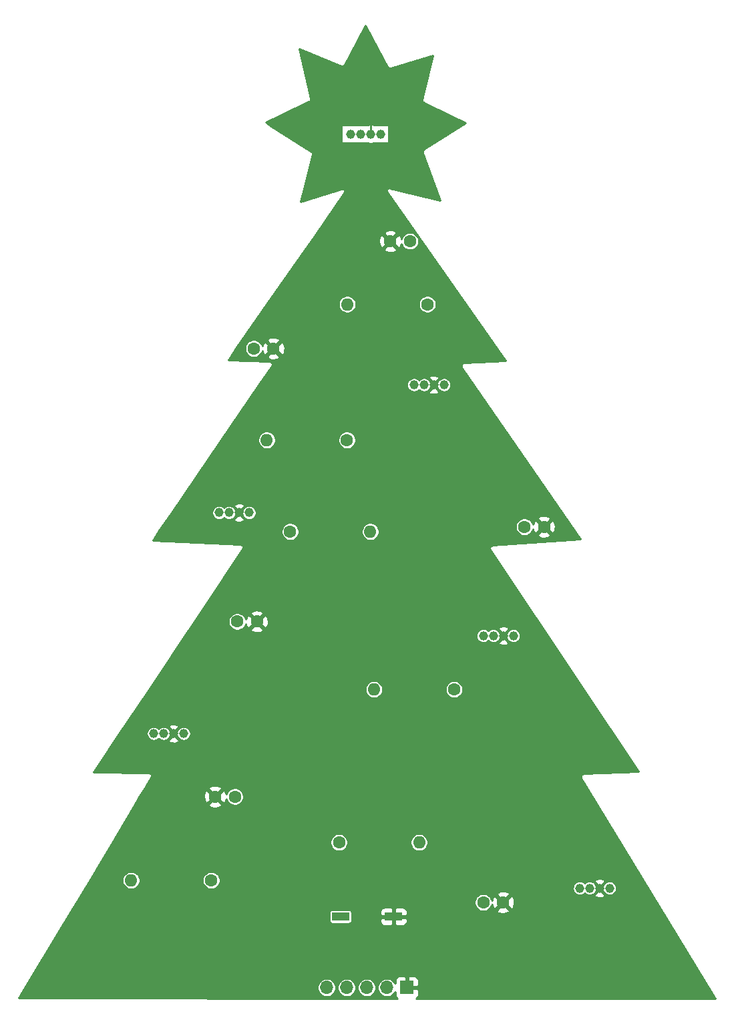
<source format=gbr>
%TF.GenerationSoftware,KiCad,Pcbnew,5.99.0+really5.1.10+dfsg1-1*%
%TF.CreationDate,2021-12-17T14:54:15+01:00*%
%TF.ProjectId,stromcek-led,7374726f-6d63-4656-9b2d-6c65642e6b69,rev?*%
%TF.SameCoordinates,Original*%
%TF.FileFunction,Copper,L1,Top*%
%TF.FilePolarity,Positive*%
%FSLAX46Y46*%
G04 Gerber Fmt 4.6, Leading zero omitted, Abs format (unit mm)*
G04 Created by KiCad (PCBNEW 5.99.0+really5.1.10+dfsg1-1) date 2021-12-17 14:54:15*
%MOMM*%
%LPD*%
G01*
G04 APERTURE LIST*
%TA.AperFunction,ComponentPad*%
%ADD10O,1.600000X1.600000*%
%TD*%
%TA.AperFunction,ComponentPad*%
%ADD11C,1.600000*%
%TD*%
%TA.AperFunction,SMDPad,CuDef*%
%ADD12R,2.160000X1.120000*%
%TD*%
%TA.AperFunction,ComponentPad*%
%ADD13C,1.150000*%
%TD*%
%TA.AperFunction,ComponentPad*%
%ADD14O,1.700000X1.700000*%
%TD*%
%TA.AperFunction,ComponentPad*%
%ADD15R,1.700000X1.700000*%
%TD*%
%TA.AperFunction,ViaPad*%
%ADD16C,0.800000*%
%TD*%
%TA.AperFunction,Conductor*%
%ADD17C,0.250000*%
%TD*%
%TA.AperFunction,Conductor*%
%ADD18C,0.254000*%
%TD*%
%TA.AperFunction,Conductor*%
%ADD19C,0.100000*%
%TD*%
G04 APERTURE END LIST*
D10*
%TO.P,R4,2*%
%TO.N,Net-(D5-Pad1)*%
X140840000Y-117800000D03*
D11*
%TO.P,R4,1*%
%TO.N,Net-(D4-Pad4)*%
X151000000Y-117800000D03*
%TD*%
D12*
%TO.P,SW1,2*%
%TO.N,/SW*%
X136600000Y-146600000D03*
%TO.P,SW1,1*%
%TO.N,/GND*%
X143330000Y-146600000D03*
%TD*%
D13*
%TO.P,D5,4*%
%TO.N,Net-(D5-Pad4)*%
X116700000Y-123400000D03*
%TO.P,D5,3*%
%TO.N,/GND*%
X115430000Y-123400000D03*
%TO.P,D5,2*%
%TO.N,/VCC*%
X114170000Y-123400000D03*
%TO.P,D5,1*%
%TO.N,Net-(D5-Pad1)*%
X112900000Y-123400000D03*
%TD*%
D14*
%TO.P,J1,5*%
%TO.N,/SW*%
X134840000Y-155600000D03*
%TO.P,J1,4*%
%TO.N,/DOUT*%
X137380000Y-155600000D03*
%TO.P,J1,3*%
%TO.N,/DIN*%
X139920000Y-155600000D03*
%TO.P,J1,2*%
%TO.N,/VCC*%
X142460000Y-155600000D03*
D15*
%TO.P,J1,1*%
%TO.N,/GND*%
X145000000Y-155600000D03*
%TD*%
D10*
%TO.P,R2,2*%
%TO.N,Net-(D3-Pad1)*%
X127240000Y-86200000D03*
D11*
%TO.P,R2,1*%
%TO.N,Net-(D2-Pad4)*%
X137400000Y-86200000D03*
%TD*%
D10*
%TO.P,R3,2*%
%TO.N,Net-(D4-Pad1)*%
X140360000Y-97800000D03*
D11*
%TO.P,R3,1*%
%TO.N,Net-(D3-Pad4)*%
X130200000Y-97800000D03*
%TD*%
D13*
%TO.P,D6,4*%
%TO.N,Net-(D6-Pad4)*%
X170700000Y-143000000D03*
%TO.P,D6,3*%
%TO.N,/GND*%
X169430000Y-143000000D03*
%TO.P,D6,2*%
%TO.N,/VCC*%
X168170000Y-143000000D03*
%TO.P,D6,1*%
%TO.N,Net-(D6-Pad1)*%
X166900000Y-143000000D03*
%TD*%
%TO.P,D4,4*%
%TO.N,Net-(D4-Pad4)*%
X158500000Y-111000000D03*
%TO.P,D4,3*%
%TO.N,/GND*%
X157230000Y-111000000D03*
%TO.P,D4,2*%
%TO.N,/VCC*%
X155970000Y-111000000D03*
%TO.P,D4,1*%
%TO.N,Net-(D4-Pad1)*%
X154700000Y-111000000D03*
%TD*%
%TO.P,D3,4*%
%TO.N,Net-(D3-Pad4)*%
X125000000Y-95400000D03*
%TO.P,D3,3*%
%TO.N,/GND*%
X123730000Y-95400000D03*
%TO.P,D3,2*%
%TO.N,/VCC*%
X122470000Y-95400000D03*
%TO.P,D3,1*%
%TO.N,Net-(D3-Pad1)*%
X121200000Y-95400000D03*
%TD*%
D11*
%TO.P,C6,2*%
%TO.N,/VCC*%
X154700000Y-144800000D03*
%TO.P,C6,1*%
%TO.N,/GND*%
X157200000Y-144800000D03*
%TD*%
D13*
%TO.P,D1,4*%
%TO.N,Net-(D1-Pad4)*%
X141700000Y-47400000D03*
%TO.P,D1,3*%
%TO.N,/GND*%
X140430000Y-47400000D03*
%TO.P,D1,2*%
%TO.N,/VCC*%
X139170000Y-47400000D03*
%TO.P,D1,1*%
%TO.N,/DOUT*%
X137900000Y-47400000D03*
%TD*%
D11*
%TO.P,C3,2*%
%TO.N,/VCC*%
X123500000Y-109200000D03*
%TO.P,C3,1*%
%TO.N,/GND*%
X126000000Y-109200000D03*
%TD*%
%TO.P,C5,2*%
%TO.N,/VCC*%
X123200000Y-131400000D03*
%TO.P,C5,1*%
%TO.N,/GND*%
X120700000Y-131400000D03*
%TD*%
D13*
%TO.P,D2,4*%
%TO.N,Net-(D2-Pad4)*%
X149700000Y-79200000D03*
%TO.P,D2,3*%
%TO.N,/GND*%
X148430000Y-79200000D03*
%TO.P,D2,2*%
%TO.N,/VCC*%
X147170000Y-79200000D03*
%TO.P,D2,1*%
%TO.N,Net-(D2-Pad1)*%
X145900000Y-79200000D03*
%TD*%
D10*
%TO.P,R6,2*%
%TO.N,/DIN*%
X110040000Y-142000000D03*
D11*
%TO.P,R6,1*%
%TO.N,Net-(D6-Pad4)*%
X120200000Y-142000000D03*
%TD*%
D10*
%TO.P,R1,2*%
%TO.N,Net-(D1-Pad4)*%
X137440000Y-69000000D03*
D11*
%TO.P,R1,1*%
%TO.N,Net-(D2-Pad1)*%
X147600000Y-69000000D03*
%TD*%
D10*
%TO.P,R5,2*%
%TO.N,Net-(D6-Pad1)*%
X146560000Y-137200000D03*
D11*
%TO.P,R5,1*%
%TO.N,Net-(D5-Pad4)*%
X136400000Y-137200000D03*
%TD*%
%TO.P,C1,2*%
%TO.N,/VCC*%
X145400000Y-61000000D03*
%TO.P,C1,1*%
%TO.N,/GND*%
X142900000Y-61000000D03*
%TD*%
%TO.P,C2,2*%
%TO.N,/GND*%
X128100000Y-74600000D03*
%TO.P,C2,1*%
%TO.N,/VCC*%
X125600000Y-74600000D03*
%TD*%
%TO.P,C4,2*%
%TO.N,/VCC*%
X159900000Y-97200000D03*
%TO.P,C4,1*%
%TO.N,/GND*%
X162400000Y-97200000D03*
%TD*%
D16*
%TO.N,/GND*%
X142600000Y-146600000D03*
%TO.N,/SW*%
X137200000Y-146600000D03*
%TD*%
D17*
%TO.N,/GND*%
X140430000Y-47400000D02*
X140430000Y-45830000D01*
%TD*%
D18*
%TO.N,/GND*%
X142530896Y-38849714D02*
X142537037Y-38864803D01*
X142547200Y-38880218D01*
X142547711Y-38881174D01*
X142556742Y-38894691D01*
X142575203Y-38922692D01*
X142575967Y-38923466D01*
X142576578Y-38924380D01*
X142600448Y-38948251D01*
X142623929Y-38972024D01*
X142624831Y-38972634D01*
X142625606Y-38973410D01*
X142653552Y-38992084D01*
X142681341Y-39010902D01*
X142682350Y-39011327D01*
X142683258Y-39011934D01*
X142714318Y-39024800D01*
X142745236Y-39037831D01*
X142746304Y-39038050D01*
X142747317Y-39038470D01*
X142780316Y-39045034D01*
X142813157Y-39051778D01*
X142814250Y-39051785D01*
X142815322Y-39051998D01*
X142848870Y-39051999D01*
X142882492Y-39052207D01*
X142883568Y-39052000D01*
X142884661Y-39052000D01*
X142917532Y-39045462D01*
X142933518Y-39042385D01*
X142934566Y-39042074D01*
X142952667Y-39038474D01*
X142967710Y-39032243D01*
X148268081Y-37460100D01*
X146962393Y-42998020D01*
X146957913Y-43010100D01*
X146954456Y-43031685D01*
X146953426Y-43036054D01*
X146951720Y-43048768D01*
X146946948Y-43078565D01*
X146947117Y-43083073D01*
X146946516Y-43087555D01*
X146948418Y-43117705D01*
X146949550Y-43147854D01*
X146950597Y-43152248D01*
X146950881Y-43156754D01*
X146958621Y-43185929D01*
X146965619Y-43215303D01*
X146967503Y-43219408D01*
X146968661Y-43223774D01*
X146981952Y-43250894D01*
X146994539Y-43278322D01*
X146997186Y-43281979D01*
X146999175Y-43286037D01*
X147017505Y-43310047D01*
X147035198Y-43334489D01*
X147038508Y-43337559D01*
X147041249Y-43341150D01*
X147063893Y-43361107D01*
X147086032Y-43381644D01*
X147089881Y-43384012D01*
X147093267Y-43386996D01*
X147119363Y-43402149D01*
X147130290Y-43408871D01*
X147134326Y-43410837D01*
X147153230Y-43421814D01*
X147165418Y-43425985D01*
X152430893Y-45991216D01*
X147178381Y-49341956D01*
X147166055Y-49347891D01*
X147149224Y-49360556D01*
X147146111Y-49362542D01*
X147135407Y-49370953D01*
X147110651Y-49389582D01*
X147108174Y-49392353D01*
X147105254Y-49394648D01*
X147085097Y-49418174D01*
X147064445Y-49441281D01*
X147062557Y-49444481D01*
X147060140Y-49447302D01*
X147044963Y-49474304D01*
X147029212Y-49501001D01*
X147027984Y-49504510D01*
X147026165Y-49507746D01*
X147016548Y-49537187D01*
X147006308Y-49566446D01*
X147005788Y-49570125D01*
X147004635Y-49573656D01*
X147000946Y-49604409D01*
X146996611Y-49635103D01*
X146996819Y-49638814D01*
X146996377Y-49642501D01*
X146998758Y-49673374D01*
X147000495Y-49704331D01*
X147001424Y-49707931D01*
X147001709Y-49711633D01*
X147010068Y-49741450D01*
X147013471Y-49754647D01*
X147014740Y-49758117D01*
X147020425Y-49778397D01*
X147026616Y-49790595D01*
X149241466Y-55847532D01*
X142889581Y-54259562D01*
X142860347Y-54251483D01*
X142838683Y-54249893D01*
X142817193Y-54246715D01*
X142804183Y-54247360D01*
X142791196Y-54246407D01*
X142769636Y-54249074D01*
X142747941Y-54250150D01*
X142735311Y-54253320D01*
X142722382Y-54254919D01*
X142701757Y-54261741D01*
X142680689Y-54267028D01*
X142668917Y-54272602D01*
X142656552Y-54276692D01*
X142637660Y-54287403D01*
X142618022Y-54296702D01*
X142607561Y-54304468D01*
X142596234Y-54310890D01*
X142579791Y-54325084D01*
X142562348Y-54338033D01*
X142553607Y-54347686D01*
X142543746Y-54356198D01*
X142530386Y-54373330D01*
X142515807Y-54389430D01*
X142509115Y-54400606D01*
X142501107Y-54410875D01*
X142491350Y-54430276D01*
X142480187Y-54448919D01*
X142475804Y-54461188D01*
X142469953Y-54472821D01*
X142464166Y-54493760D01*
X142456858Y-54514215D01*
X142454953Y-54527097D01*
X142451483Y-54539653D01*
X142449893Y-54561318D01*
X142446715Y-54582807D01*
X142447360Y-54595817D01*
X142446407Y-54608804D01*
X142449074Y-54630364D01*
X142450150Y-54652059D01*
X142453320Y-54664689D01*
X142454919Y-54677618D01*
X142461741Y-54698243D01*
X142467028Y-54719311D01*
X142472602Y-54731083D01*
X142476692Y-54743448D01*
X142487404Y-54762342D01*
X142496702Y-54781978D01*
X142514779Y-54806328D01*
X157544254Y-76130616D01*
X152255727Y-76397265D01*
X152244579Y-76396339D01*
X152221174Y-76399007D01*
X152215005Y-76399318D01*
X152204005Y-76400964D01*
X152175687Y-76404192D01*
X152169767Y-76406087D01*
X152163615Y-76407008D01*
X152136782Y-76416648D01*
X152109651Y-76425335D01*
X152104214Y-76428349D01*
X152098361Y-76430452D01*
X152073931Y-76445138D01*
X152049009Y-76458954D01*
X152044264Y-76462971D01*
X152038933Y-76466176D01*
X152017833Y-76485349D01*
X151996090Y-76503758D01*
X151992222Y-76508622D01*
X151987617Y-76512806D01*
X151970657Y-76535736D01*
X151952930Y-76558025D01*
X151950085Y-76563549D01*
X151946385Y-76568552D01*
X151934229Y-76594341D01*
X151921185Y-76619670D01*
X151919471Y-76625647D01*
X151916820Y-76631272D01*
X151909930Y-76658929D01*
X151902077Y-76686322D01*
X151901563Y-76692518D01*
X151900059Y-76698553D01*
X151898697Y-76727025D01*
X151896339Y-76755421D01*
X151897043Y-76761599D01*
X151896746Y-76767811D01*
X151900965Y-76796004D01*
X151904192Y-76824313D01*
X151906087Y-76830233D01*
X151907008Y-76836385D01*
X151916648Y-76863218D01*
X151925335Y-76890349D01*
X151928349Y-76895786D01*
X151930452Y-76901639D01*
X151945132Y-76926059D01*
X151950529Y-76935795D01*
X151954043Y-76940884D01*
X151966176Y-76961067D01*
X151973698Y-76969345D01*
X167010327Y-98743167D01*
X155854254Y-99546782D01*
X155849232Y-99546299D01*
X155819728Y-99549270D01*
X155807463Y-99550153D01*
X155802518Y-99551002D01*
X155780242Y-99553245D01*
X155768428Y-99556857D01*
X155756250Y-99558948D01*
X155735349Y-99566969D01*
X155713934Y-99573516D01*
X155703047Y-99579366D01*
X155691516Y-99583791D01*
X155672580Y-99595736D01*
X155652855Y-99606335D01*
X155643322Y-99614193D01*
X155632871Y-99620786D01*
X155616626Y-99636199D01*
X155599351Y-99650439D01*
X155591536Y-99660004D01*
X155582571Y-99668510D01*
X155569644Y-99686798D01*
X155555481Y-99704133D01*
X155549681Y-99715041D01*
X155542549Y-99725131D01*
X155533441Y-99745583D01*
X155522928Y-99765355D01*
X155519366Y-99777188D01*
X155514341Y-99788473D01*
X155509398Y-99810307D01*
X155502944Y-99831751D01*
X155501760Y-99844048D01*
X155499032Y-99856099D01*
X155498444Y-99878488D01*
X155496299Y-99900768D01*
X155497536Y-99913058D01*
X155497212Y-99925412D01*
X155501002Y-99947483D01*
X155503245Y-99969758D01*
X155506857Y-99981572D01*
X155508948Y-99993750D01*
X155516969Y-100014651D01*
X155523516Y-100036066D01*
X155529365Y-100046952D01*
X155533791Y-100058484D01*
X155545738Y-100077422D01*
X155548111Y-100081839D01*
X155554957Y-100092037D01*
X155570786Y-100117129D01*
X155574261Y-100120791D01*
X174409164Y-128176952D01*
X167416724Y-128496868D01*
X167414923Y-128496613D01*
X167382101Y-128498452D01*
X167366639Y-128499159D01*
X167364853Y-128499418D01*
X167345694Y-128500491D01*
X167330615Y-128504379D01*
X167315214Y-128506610D01*
X167297135Y-128513010D01*
X167278552Y-128517801D01*
X167264522Y-128524555D01*
X167249851Y-128529749D01*
X167233365Y-128539555D01*
X167216077Y-128547878D01*
X167203635Y-128557239D01*
X167190258Y-128565196D01*
X167176002Y-128578030D01*
X167160670Y-128589565D01*
X167150295Y-128601171D01*
X167138725Y-128611587D01*
X167127246Y-128626956D01*
X167114460Y-128641260D01*
X167106547Y-128654671D01*
X167097234Y-128667140D01*
X167088976Y-128684450D01*
X167079223Y-128700978D01*
X167074078Y-128715676D01*
X167067377Y-128729721D01*
X167062654Y-128748311D01*
X167056314Y-128766421D01*
X167054136Y-128781833D01*
X167050302Y-128796924D01*
X167049296Y-128816090D01*
X167046613Y-128835077D01*
X167047483Y-128850615D01*
X167046667Y-128866165D01*
X167049418Y-128885151D01*
X167050491Y-128904306D01*
X167054378Y-128919384D01*
X167056610Y-128934786D01*
X167063010Y-128952865D01*
X167067801Y-128971448D01*
X167074555Y-128985477D01*
X167079749Y-129000149D01*
X167089556Y-129016636D01*
X167090341Y-129018267D01*
X167098409Y-129031519D01*
X167115196Y-129059742D01*
X167116412Y-129061093D01*
X184123403Y-156997651D01*
X146209421Y-156976493D01*
X146301185Y-156901185D01*
X146380537Y-156804494D01*
X146439502Y-156694180D01*
X146475812Y-156574482D01*
X146488072Y-156450000D01*
X146485000Y-155885750D01*
X146326250Y-155727000D01*
X145127000Y-155727000D01*
X145127000Y-155747000D01*
X144873000Y-155747000D01*
X144873000Y-155727000D01*
X144853000Y-155727000D01*
X144853000Y-155473000D01*
X144873000Y-155473000D01*
X144873000Y-154273750D01*
X145127000Y-154273750D01*
X145127000Y-155473000D01*
X146326250Y-155473000D01*
X146485000Y-155314250D01*
X146488072Y-154750000D01*
X146475812Y-154625518D01*
X146439502Y-154505820D01*
X146380537Y-154395506D01*
X146301185Y-154298815D01*
X146204494Y-154219463D01*
X146094180Y-154160498D01*
X145974482Y-154124188D01*
X145850000Y-154111928D01*
X145285750Y-154115000D01*
X145127000Y-154273750D01*
X144873000Y-154273750D01*
X144714250Y-154115000D01*
X144150000Y-154111928D01*
X144025518Y-154124188D01*
X143905820Y-154160498D01*
X143795506Y-154219463D01*
X143698815Y-154298815D01*
X143619463Y-154395506D01*
X143560498Y-154505820D01*
X143524188Y-154625518D01*
X143511928Y-154750000D01*
X143513660Y-155068110D01*
X143503044Y-155042481D01*
X143374236Y-154849706D01*
X143210294Y-154685764D01*
X143017519Y-154556956D01*
X142803318Y-154468231D01*
X142575924Y-154423000D01*
X142344076Y-154423000D01*
X142116682Y-154468231D01*
X141902481Y-154556956D01*
X141709706Y-154685764D01*
X141545764Y-154849706D01*
X141416956Y-155042481D01*
X141328231Y-155256682D01*
X141283000Y-155484076D01*
X141283000Y-155715924D01*
X141328231Y-155943318D01*
X141416956Y-156157519D01*
X141545764Y-156350294D01*
X141709706Y-156514236D01*
X141902481Y-156643044D01*
X142116682Y-156731769D01*
X142344076Y-156777000D01*
X142575924Y-156777000D01*
X142803318Y-156731769D01*
X143017519Y-156643044D01*
X143210294Y-156514236D01*
X143374236Y-156350294D01*
X143503044Y-156157519D01*
X143513660Y-156131890D01*
X143511928Y-156450000D01*
X143524188Y-156574482D01*
X143560498Y-156694180D01*
X143619463Y-156804494D01*
X143698815Y-156901185D01*
X143788933Y-156975143D01*
X95771863Y-156948348D01*
X96651451Y-155484076D01*
X133663000Y-155484076D01*
X133663000Y-155715924D01*
X133708231Y-155943318D01*
X133796956Y-156157519D01*
X133925764Y-156350294D01*
X134089706Y-156514236D01*
X134282481Y-156643044D01*
X134496682Y-156731769D01*
X134724076Y-156777000D01*
X134955924Y-156777000D01*
X135183318Y-156731769D01*
X135397519Y-156643044D01*
X135590294Y-156514236D01*
X135754236Y-156350294D01*
X135883044Y-156157519D01*
X135971769Y-155943318D01*
X136017000Y-155715924D01*
X136017000Y-155484076D01*
X136203000Y-155484076D01*
X136203000Y-155715924D01*
X136248231Y-155943318D01*
X136336956Y-156157519D01*
X136465764Y-156350294D01*
X136629706Y-156514236D01*
X136822481Y-156643044D01*
X137036682Y-156731769D01*
X137264076Y-156777000D01*
X137495924Y-156777000D01*
X137723318Y-156731769D01*
X137937519Y-156643044D01*
X138130294Y-156514236D01*
X138294236Y-156350294D01*
X138423044Y-156157519D01*
X138511769Y-155943318D01*
X138557000Y-155715924D01*
X138557000Y-155484076D01*
X138743000Y-155484076D01*
X138743000Y-155715924D01*
X138788231Y-155943318D01*
X138876956Y-156157519D01*
X139005764Y-156350294D01*
X139169706Y-156514236D01*
X139362481Y-156643044D01*
X139576682Y-156731769D01*
X139804076Y-156777000D01*
X140035924Y-156777000D01*
X140263318Y-156731769D01*
X140477519Y-156643044D01*
X140670294Y-156514236D01*
X140834236Y-156350294D01*
X140963044Y-156157519D01*
X141051769Y-155943318D01*
X141097000Y-155715924D01*
X141097000Y-155484076D01*
X141051769Y-155256682D01*
X140963044Y-155042481D01*
X140834236Y-154849706D01*
X140670294Y-154685764D01*
X140477519Y-154556956D01*
X140263318Y-154468231D01*
X140035924Y-154423000D01*
X139804076Y-154423000D01*
X139576682Y-154468231D01*
X139362481Y-154556956D01*
X139169706Y-154685764D01*
X139005764Y-154849706D01*
X138876956Y-155042481D01*
X138788231Y-155256682D01*
X138743000Y-155484076D01*
X138557000Y-155484076D01*
X138511769Y-155256682D01*
X138423044Y-155042481D01*
X138294236Y-154849706D01*
X138130294Y-154685764D01*
X137937519Y-154556956D01*
X137723318Y-154468231D01*
X137495924Y-154423000D01*
X137264076Y-154423000D01*
X137036682Y-154468231D01*
X136822481Y-154556956D01*
X136629706Y-154685764D01*
X136465764Y-154849706D01*
X136336956Y-155042481D01*
X136248231Y-155256682D01*
X136203000Y-155484076D01*
X136017000Y-155484076D01*
X135971769Y-155256682D01*
X135883044Y-155042481D01*
X135754236Y-154849706D01*
X135590294Y-154685764D01*
X135397519Y-154556956D01*
X135183318Y-154468231D01*
X134955924Y-154423000D01*
X134724076Y-154423000D01*
X134496682Y-154468231D01*
X134282481Y-154556956D01*
X134089706Y-154685764D01*
X133925764Y-154849706D01*
X133796956Y-155042481D01*
X133708231Y-155256682D01*
X133663000Y-155484076D01*
X96651451Y-155484076D01*
X102324512Y-146040000D01*
X135191418Y-146040000D01*
X135191418Y-147160000D01*
X135197732Y-147224103D01*
X135216430Y-147285743D01*
X135246794Y-147342550D01*
X135287657Y-147392343D01*
X135337450Y-147433206D01*
X135394257Y-147463570D01*
X135455897Y-147482268D01*
X135520000Y-147488582D01*
X137680000Y-147488582D01*
X137744103Y-147482268D01*
X137805743Y-147463570D01*
X137862550Y-147433206D01*
X137912343Y-147392343D01*
X137953206Y-147342550D01*
X137983570Y-147285743D01*
X138002268Y-147224103D01*
X138008582Y-147160000D01*
X141611928Y-147160000D01*
X141624188Y-147284482D01*
X141660498Y-147404180D01*
X141719463Y-147514494D01*
X141798815Y-147611185D01*
X141895506Y-147690537D01*
X142005820Y-147749502D01*
X142125518Y-147785812D01*
X142250000Y-147798072D01*
X143044250Y-147795000D01*
X143203000Y-147636250D01*
X143203000Y-146727000D01*
X143457000Y-146727000D01*
X143457000Y-147636250D01*
X143615750Y-147795000D01*
X144410000Y-147798072D01*
X144534482Y-147785812D01*
X144654180Y-147749502D01*
X144764494Y-147690537D01*
X144861185Y-147611185D01*
X144940537Y-147514494D01*
X144999502Y-147404180D01*
X145035812Y-147284482D01*
X145048072Y-147160000D01*
X145045000Y-146885750D01*
X144886250Y-146727000D01*
X143457000Y-146727000D01*
X143203000Y-146727000D01*
X141773750Y-146727000D01*
X141615000Y-146885750D01*
X141611928Y-147160000D01*
X138008582Y-147160000D01*
X138008582Y-146040000D01*
X141611928Y-146040000D01*
X141615000Y-146314250D01*
X141773750Y-146473000D01*
X143203000Y-146473000D01*
X143203000Y-145563750D01*
X143457000Y-145563750D01*
X143457000Y-146473000D01*
X144886250Y-146473000D01*
X145045000Y-146314250D01*
X145048072Y-146040000D01*
X145035812Y-145915518D01*
X144999502Y-145795820D01*
X144940537Y-145685506D01*
X144861185Y-145588815D01*
X144764494Y-145509463D01*
X144654180Y-145450498D01*
X144534482Y-145414188D01*
X144410000Y-145401928D01*
X143615750Y-145405000D01*
X143457000Y-145563750D01*
X143203000Y-145563750D01*
X143044250Y-145405000D01*
X142250000Y-145401928D01*
X142125518Y-145414188D01*
X142005820Y-145450498D01*
X141895506Y-145509463D01*
X141798815Y-145588815D01*
X141719463Y-145685506D01*
X141660498Y-145795820D01*
X141624188Y-145915518D01*
X141611928Y-146040000D01*
X138008582Y-146040000D01*
X138002268Y-145975897D01*
X137983570Y-145914257D01*
X137953206Y-145857450D01*
X137912343Y-145807657D01*
X137862550Y-145766794D01*
X137805743Y-145736430D01*
X137744103Y-145717732D01*
X137680000Y-145711418D01*
X135520000Y-145711418D01*
X135455897Y-145717732D01*
X135394257Y-145736430D01*
X135337450Y-145766794D01*
X135287657Y-145807657D01*
X135246794Y-145857450D01*
X135216430Y-145914257D01*
X135197732Y-145975897D01*
X135191418Y-146040000D01*
X102324512Y-146040000D01*
X103136058Y-144689000D01*
X153573000Y-144689000D01*
X153573000Y-144911000D01*
X153616310Y-145128734D01*
X153701266Y-145333835D01*
X153824602Y-145518421D01*
X153981579Y-145675398D01*
X154166165Y-145798734D01*
X154371266Y-145883690D01*
X154589000Y-145927000D01*
X154811000Y-145927000D01*
X155028734Y-145883690D01*
X155233835Y-145798734D01*
X155242862Y-145792702D01*
X156386903Y-145792702D01*
X156458486Y-146036671D01*
X156713996Y-146157571D01*
X156988184Y-146226300D01*
X157270512Y-146240217D01*
X157550130Y-146198787D01*
X157816292Y-146103603D01*
X157941514Y-146036671D01*
X158013097Y-145792702D01*
X157200000Y-144979605D01*
X156386903Y-145792702D01*
X155242862Y-145792702D01*
X155418421Y-145675398D01*
X155575398Y-145518421D01*
X155698734Y-145333835D01*
X155783690Y-145128734D01*
X155791916Y-145087381D01*
X155801213Y-145150130D01*
X155896397Y-145416292D01*
X155963329Y-145541514D01*
X156207298Y-145613097D01*
X157020395Y-144800000D01*
X157379605Y-144800000D01*
X158192702Y-145613097D01*
X158436671Y-145541514D01*
X158557571Y-145286004D01*
X158626300Y-145011816D01*
X158640217Y-144729488D01*
X158598787Y-144449870D01*
X158503603Y-144183708D01*
X158436671Y-144058486D01*
X158192702Y-143986903D01*
X157379605Y-144800000D01*
X157020395Y-144800000D01*
X156207298Y-143986903D01*
X155963329Y-144058486D01*
X155842429Y-144313996D01*
X155792237Y-144514233D01*
X155783690Y-144471266D01*
X155698734Y-144266165D01*
X155575398Y-144081579D01*
X155418421Y-143924602D01*
X155242863Y-143807298D01*
X156386903Y-143807298D01*
X157200000Y-144620395D01*
X158013097Y-143807298D01*
X157941514Y-143563329D01*
X157686004Y-143442429D01*
X157411816Y-143373700D01*
X157129488Y-143359783D01*
X156849870Y-143401213D01*
X156583708Y-143496397D01*
X156458486Y-143563329D01*
X156386903Y-143807298D01*
X155242863Y-143807298D01*
X155233835Y-143801266D01*
X155028734Y-143716310D01*
X154811000Y-143673000D01*
X154589000Y-143673000D01*
X154371266Y-143716310D01*
X154166165Y-143801266D01*
X153981579Y-143924602D01*
X153824602Y-144081579D01*
X153701266Y-144266165D01*
X153616310Y-144471266D01*
X153573000Y-144689000D01*
X103136058Y-144689000D01*
X104818021Y-141889000D01*
X108913000Y-141889000D01*
X108913000Y-142111000D01*
X108956310Y-142328734D01*
X109041266Y-142533835D01*
X109164602Y-142718421D01*
X109321579Y-142875398D01*
X109506165Y-142998734D01*
X109711266Y-143083690D01*
X109929000Y-143127000D01*
X110151000Y-143127000D01*
X110368734Y-143083690D01*
X110573835Y-142998734D01*
X110758421Y-142875398D01*
X110915398Y-142718421D01*
X111038734Y-142533835D01*
X111123690Y-142328734D01*
X111167000Y-142111000D01*
X111167000Y-141889000D01*
X119073000Y-141889000D01*
X119073000Y-142111000D01*
X119116310Y-142328734D01*
X119201266Y-142533835D01*
X119324602Y-142718421D01*
X119481579Y-142875398D01*
X119666165Y-142998734D01*
X119871266Y-143083690D01*
X120089000Y-143127000D01*
X120311000Y-143127000D01*
X120528734Y-143083690D01*
X120733835Y-142998734D01*
X120864897Y-142911161D01*
X165998000Y-142911161D01*
X165998000Y-143088839D01*
X166032664Y-143263104D01*
X166100658Y-143427257D01*
X166199371Y-143574991D01*
X166325009Y-143700629D01*
X166472743Y-143799342D01*
X166636896Y-143867336D01*
X166811161Y-143902000D01*
X166988839Y-143902000D01*
X167163104Y-143867336D01*
X167327257Y-143799342D01*
X167474991Y-143700629D01*
X167535000Y-143640620D01*
X167595009Y-143700629D01*
X167742743Y-143799342D01*
X167906896Y-143867336D01*
X168081161Y-143902000D01*
X168258839Y-143902000D01*
X168433104Y-143867336D01*
X168518717Y-143831874D01*
X168777731Y-143831874D01*
X168821993Y-144052916D01*
X169039089Y-144151301D01*
X169271208Y-144205442D01*
X169509429Y-144213258D01*
X169744598Y-144174450D01*
X169967677Y-144090509D01*
X170038007Y-144052916D01*
X170082269Y-143831874D01*
X169430000Y-143179605D01*
X168777731Y-143831874D01*
X168518717Y-143831874D01*
X168597257Y-143799342D01*
X168744991Y-143700629D01*
X168870629Y-143574991D01*
X168969342Y-143427257D01*
X169037336Y-143263104D01*
X169049763Y-143200632D01*
X169250395Y-143000000D01*
X169609605Y-143000000D01*
X169822721Y-143213116D01*
X169832664Y-143263104D01*
X169900658Y-143427257D01*
X169999371Y-143574991D01*
X170125009Y-143700629D01*
X170272743Y-143799342D01*
X170436896Y-143867336D01*
X170611161Y-143902000D01*
X170788839Y-143902000D01*
X170963104Y-143867336D01*
X171127257Y-143799342D01*
X171274991Y-143700629D01*
X171400629Y-143574991D01*
X171499342Y-143427257D01*
X171567336Y-143263104D01*
X171602000Y-143088839D01*
X171602000Y-142911161D01*
X171567336Y-142736896D01*
X171499342Y-142572743D01*
X171400629Y-142425009D01*
X171274991Y-142299371D01*
X171127257Y-142200658D01*
X170963104Y-142132664D01*
X170788839Y-142098000D01*
X170611161Y-142098000D01*
X170436896Y-142132664D01*
X170272743Y-142200658D01*
X170125009Y-142299371D01*
X169999371Y-142425009D01*
X169900658Y-142572743D01*
X169832664Y-142736896D01*
X169822721Y-142786884D01*
X169609605Y-143000000D01*
X169250395Y-143000000D01*
X169049763Y-142799368D01*
X169037336Y-142736896D01*
X168969342Y-142572743D01*
X168870629Y-142425009D01*
X168744991Y-142299371D01*
X168597257Y-142200658D01*
X168518718Y-142168126D01*
X168777731Y-142168126D01*
X169430000Y-142820395D01*
X170082269Y-142168126D01*
X170038007Y-141947084D01*
X169820911Y-141848699D01*
X169588792Y-141794558D01*
X169350571Y-141786742D01*
X169115402Y-141825550D01*
X168892323Y-141909491D01*
X168821993Y-141947084D01*
X168777731Y-142168126D01*
X168518718Y-142168126D01*
X168433104Y-142132664D01*
X168258839Y-142098000D01*
X168081161Y-142098000D01*
X167906896Y-142132664D01*
X167742743Y-142200658D01*
X167595009Y-142299371D01*
X167535000Y-142359380D01*
X167474991Y-142299371D01*
X167327257Y-142200658D01*
X167163104Y-142132664D01*
X166988839Y-142098000D01*
X166811161Y-142098000D01*
X166636896Y-142132664D01*
X166472743Y-142200658D01*
X166325009Y-142299371D01*
X166199371Y-142425009D01*
X166100658Y-142572743D01*
X166032664Y-142736896D01*
X165998000Y-142911161D01*
X120864897Y-142911161D01*
X120918421Y-142875398D01*
X121075398Y-142718421D01*
X121198734Y-142533835D01*
X121283690Y-142328734D01*
X121327000Y-142111000D01*
X121327000Y-141889000D01*
X121283690Y-141671266D01*
X121198734Y-141466165D01*
X121075398Y-141281579D01*
X120918421Y-141124602D01*
X120733835Y-141001266D01*
X120528734Y-140916310D01*
X120311000Y-140873000D01*
X120089000Y-140873000D01*
X119871266Y-140916310D01*
X119666165Y-141001266D01*
X119481579Y-141124602D01*
X119324602Y-141281579D01*
X119201266Y-141466165D01*
X119116310Y-141671266D01*
X119073000Y-141889000D01*
X111167000Y-141889000D01*
X111123690Y-141671266D01*
X111038734Y-141466165D01*
X110915398Y-141281579D01*
X110758421Y-141124602D01*
X110573835Y-141001266D01*
X110368734Y-140916310D01*
X110151000Y-140873000D01*
X109929000Y-140873000D01*
X109711266Y-140916310D01*
X109506165Y-141001266D01*
X109321579Y-141124602D01*
X109164602Y-141281579D01*
X109041266Y-141466165D01*
X108956310Y-141671266D01*
X108913000Y-141889000D01*
X104818021Y-141889000D01*
X107701383Y-137089000D01*
X135273000Y-137089000D01*
X135273000Y-137311000D01*
X135316310Y-137528734D01*
X135401266Y-137733835D01*
X135524602Y-137918421D01*
X135681579Y-138075398D01*
X135866165Y-138198734D01*
X136071266Y-138283690D01*
X136289000Y-138327000D01*
X136511000Y-138327000D01*
X136728734Y-138283690D01*
X136933835Y-138198734D01*
X137118421Y-138075398D01*
X137275398Y-137918421D01*
X137398734Y-137733835D01*
X137483690Y-137528734D01*
X137527000Y-137311000D01*
X137527000Y-137089000D01*
X145433000Y-137089000D01*
X145433000Y-137311000D01*
X145476310Y-137528734D01*
X145561266Y-137733835D01*
X145684602Y-137918421D01*
X145841579Y-138075398D01*
X146026165Y-138198734D01*
X146231266Y-138283690D01*
X146449000Y-138327000D01*
X146671000Y-138327000D01*
X146888734Y-138283690D01*
X147093835Y-138198734D01*
X147278421Y-138075398D01*
X147435398Y-137918421D01*
X147558734Y-137733835D01*
X147643690Y-137528734D01*
X147687000Y-137311000D01*
X147687000Y-137089000D01*
X147643690Y-136871266D01*
X147558734Y-136666165D01*
X147435398Y-136481579D01*
X147278421Y-136324602D01*
X147093835Y-136201266D01*
X146888734Y-136116310D01*
X146671000Y-136073000D01*
X146449000Y-136073000D01*
X146231266Y-136116310D01*
X146026165Y-136201266D01*
X145841579Y-136324602D01*
X145684602Y-136481579D01*
X145561266Y-136666165D01*
X145476310Y-136871266D01*
X145433000Y-137089000D01*
X137527000Y-137089000D01*
X137483690Y-136871266D01*
X137398734Y-136666165D01*
X137275398Y-136481579D01*
X137118421Y-136324602D01*
X136933835Y-136201266D01*
X136728734Y-136116310D01*
X136511000Y-136073000D01*
X136289000Y-136073000D01*
X136071266Y-136116310D01*
X135866165Y-136201266D01*
X135681579Y-136324602D01*
X135524602Y-136481579D01*
X135401266Y-136666165D01*
X135316310Y-136871266D01*
X135273000Y-137089000D01*
X107701383Y-137089000D01*
X110522452Y-132392702D01*
X119886903Y-132392702D01*
X119958486Y-132636671D01*
X120213996Y-132757571D01*
X120488184Y-132826300D01*
X120770512Y-132840217D01*
X121050130Y-132798787D01*
X121316292Y-132703603D01*
X121441514Y-132636671D01*
X121513097Y-132392702D01*
X120700000Y-131579605D01*
X119886903Y-132392702D01*
X110522452Y-132392702D01*
X111076412Y-131470512D01*
X119259783Y-131470512D01*
X119301213Y-131750130D01*
X119396397Y-132016292D01*
X119463329Y-132141514D01*
X119707298Y-132213097D01*
X120520395Y-131400000D01*
X120879605Y-131400000D01*
X121692702Y-132213097D01*
X121936671Y-132141514D01*
X122057571Y-131886004D01*
X122107763Y-131685767D01*
X122116310Y-131728734D01*
X122201266Y-131933835D01*
X122324602Y-132118421D01*
X122481579Y-132275398D01*
X122666165Y-132398734D01*
X122871266Y-132483690D01*
X123089000Y-132527000D01*
X123311000Y-132527000D01*
X123528734Y-132483690D01*
X123733835Y-132398734D01*
X123918421Y-132275398D01*
X124075398Y-132118421D01*
X124198734Y-131933835D01*
X124283690Y-131728734D01*
X124327000Y-131511000D01*
X124327000Y-131289000D01*
X124283690Y-131071266D01*
X124198734Y-130866165D01*
X124075398Y-130681579D01*
X123918421Y-130524602D01*
X123733835Y-130401266D01*
X123528734Y-130316310D01*
X123311000Y-130273000D01*
X123089000Y-130273000D01*
X122871266Y-130316310D01*
X122666165Y-130401266D01*
X122481579Y-130524602D01*
X122324602Y-130681579D01*
X122201266Y-130866165D01*
X122116310Y-131071266D01*
X122108084Y-131112619D01*
X122098787Y-131049870D01*
X122003603Y-130783708D01*
X121936671Y-130658486D01*
X121692702Y-130586903D01*
X120879605Y-131400000D01*
X120520395Y-131400000D01*
X119707298Y-130586903D01*
X119463329Y-130658486D01*
X119342429Y-130913996D01*
X119273700Y-131188184D01*
X119259783Y-131470512D01*
X111076412Y-131470512D01*
X111715085Y-130407298D01*
X119886903Y-130407298D01*
X120700000Y-131220395D01*
X121513097Y-130407298D01*
X121441514Y-130163329D01*
X121186004Y-130042429D01*
X120911816Y-129973700D01*
X120629488Y-129959783D01*
X120349870Y-130001213D01*
X120083708Y-130096397D01*
X119958486Y-130163329D01*
X119886903Y-130407298D01*
X111715085Y-130407298D01*
X112586678Y-128956338D01*
X112590183Y-128952234D01*
X112604486Y-128926693D01*
X112610648Y-128916435D01*
X112612954Y-128911571D01*
X112624062Y-128891736D01*
X112627768Y-128880330D01*
X112632911Y-128869483D01*
X112638462Y-128847415D01*
X112645487Y-128825791D01*
X112646896Y-128813880D01*
X112649824Y-128802240D01*
X112650962Y-128779514D01*
X112653634Y-128756934D01*
X112652693Y-128744975D01*
X112653293Y-128732988D01*
X112649977Y-128710481D01*
X112648192Y-128687810D01*
X112644935Y-128676264D01*
X112643186Y-128664391D01*
X112635543Y-128642965D01*
X112629369Y-128621076D01*
X112623921Y-128610386D01*
X112619890Y-128599084D01*
X112608213Y-128579559D01*
X112597888Y-128559297D01*
X112590462Y-128549877D01*
X112584301Y-128539576D01*
X112569038Y-128522702D01*
X112554960Y-128504846D01*
X112545838Y-128497056D01*
X112537787Y-128488155D01*
X112519525Y-128474583D01*
X112502234Y-128459816D01*
X112491770Y-128453956D01*
X112482135Y-128446796D01*
X112461568Y-128437044D01*
X112441735Y-128425938D01*
X112430332Y-128422233D01*
X112419483Y-128417089D01*
X112397414Y-128411538D01*
X112375791Y-128404513D01*
X112363878Y-128403103D01*
X112352239Y-128400176D01*
X112329520Y-128399038D01*
X112324188Y-128398407D01*
X112312253Y-128398173D01*
X112282988Y-128396707D01*
X112277644Y-128397494D01*
X105300191Y-128260682D01*
X108608464Y-123311161D01*
X111998000Y-123311161D01*
X111998000Y-123488839D01*
X112032664Y-123663104D01*
X112100658Y-123827257D01*
X112199371Y-123974991D01*
X112325009Y-124100629D01*
X112472743Y-124199342D01*
X112636896Y-124267336D01*
X112811161Y-124302000D01*
X112988839Y-124302000D01*
X113163104Y-124267336D01*
X113327257Y-124199342D01*
X113474991Y-124100629D01*
X113535000Y-124040620D01*
X113595009Y-124100629D01*
X113742743Y-124199342D01*
X113906896Y-124267336D01*
X114081161Y-124302000D01*
X114258839Y-124302000D01*
X114433104Y-124267336D01*
X114518717Y-124231874D01*
X114777731Y-124231874D01*
X114821993Y-124452916D01*
X115039089Y-124551301D01*
X115271208Y-124605442D01*
X115509429Y-124613258D01*
X115744598Y-124574450D01*
X115967677Y-124490509D01*
X116038007Y-124452916D01*
X116082269Y-124231874D01*
X115430000Y-123579605D01*
X114777731Y-124231874D01*
X114518717Y-124231874D01*
X114597257Y-124199342D01*
X114744991Y-124100629D01*
X114870629Y-123974991D01*
X114969342Y-123827257D01*
X115037336Y-123663104D01*
X115049763Y-123600632D01*
X115250395Y-123400000D01*
X115609605Y-123400000D01*
X115822721Y-123613116D01*
X115832664Y-123663104D01*
X115900658Y-123827257D01*
X115999371Y-123974991D01*
X116125009Y-124100629D01*
X116272743Y-124199342D01*
X116436896Y-124267336D01*
X116611161Y-124302000D01*
X116788839Y-124302000D01*
X116963104Y-124267336D01*
X117127257Y-124199342D01*
X117274991Y-124100629D01*
X117400629Y-123974991D01*
X117499342Y-123827257D01*
X117567336Y-123663104D01*
X117602000Y-123488839D01*
X117602000Y-123311161D01*
X117567336Y-123136896D01*
X117499342Y-122972743D01*
X117400629Y-122825009D01*
X117274991Y-122699371D01*
X117127257Y-122600658D01*
X116963104Y-122532664D01*
X116788839Y-122498000D01*
X116611161Y-122498000D01*
X116436896Y-122532664D01*
X116272743Y-122600658D01*
X116125009Y-122699371D01*
X115999371Y-122825009D01*
X115900658Y-122972743D01*
X115832664Y-123136896D01*
X115822721Y-123186884D01*
X115609605Y-123400000D01*
X115250395Y-123400000D01*
X115049763Y-123199368D01*
X115037336Y-123136896D01*
X114969342Y-122972743D01*
X114870629Y-122825009D01*
X114744991Y-122699371D01*
X114597257Y-122600658D01*
X114518718Y-122568126D01*
X114777731Y-122568126D01*
X115430000Y-123220395D01*
X116082269Y-122568126D01*
X116038007Y-122347084D01*
X115820911Y-122248699D01*
X115588792Y-122194558D01*
X115350571Y-122186742D01*
X115115402Y-122225550D01*
X114892323Y-122309491D01*
X114821993Y-122347084D01*
X114777731Y-122568126D01*
X114518718Y-122568126D01*
X114433104Y-122532664D01*
X114258839Y-122498000D01*
X114081161Y-122498000D01*
X113906896Y-122532664D01*
X113742743Y-122600658D01*
X113595009Y-122699371D01*
X113535000Y-122759380D01*
X113474991Y-122699371D01*
X113327257Y-122600658D01*
X113163104Y-122532664D01*
X112988839Y-122498000D01*
X112811161Y-122498000D01*
X112636896Y-122532664D01*
X112472743Y-122600658D01*
X112325009Y-122699371D01*
X112199371Y-122825009D01*
X112100658Y-122972743D01*
X112032664Y-123136896D01*
X111998000Y-123311161D01*
X108608464Y-123311161D01*
X112366332Y-117689000D01*
X139713000Y-117689000D01*
X139713000Y-117911000D01*
X139756310Y-118128734D01*
X139841266Y-118333835D01*
X139964602Y-118518421D01*
X140121579Y-118675398D01*
X140306165Y-118798734D01*
X140511266Y-118883690D01*
X140729000Y-118927000D01*
X140951000Y-118927000D01*
X141168734Y-118883690D01*
X141373835Y-118798734D01*
X141558421Y-118675398D01*
X141715398Y-118518421D01*
X141838734Y-118333835D01*
X141923690Y-118128734D01*
X141967000Y-117911000D01*
X141967000Y-117689000D01*
X149873000Y-117689000D01*
X149873000Y-117911000D01*
X149916310Y-118128734D01*
X150001266Y-118333835D01*
X150124602Y-118518421D01*
X150281579Y-118675398D01*
X150466165Y-118798734D01*
X150671266Y-118883690D01*
X150889000Y-118927000D01*
X151111000Y-118927000D01*
X151328734Y-118883690D01*
X151533835Y-118798734D01*
X151718421Y-118675398D01*
X151875398Y-118518421D01*
X151998734Y-118333835D01*
X152083690Y-118128734D01*
X152127000Y-117911000D01*
X152127000Y-117689000D01*
X152083690Y-117471266D01*
X151998734Y-117266165D01*
X151875398Y-117081579D01*
X151718421Y-116924602D01*
X151533835Y-116801266D01*
X151328734Y-116716310D01*
X151111000Y-116673000D01*
X150889000Y-116673000D01*
X150671266Y-116716310D01*
X150466165Y-116801266D01*
X150281579Y-116924602D01*
X150124602Y-117081579D01*
X150001266Y-117266165D01*
X149916310Y-117471266D01*
X149873000Y-117689000D01*
X141967000Y-117689000D01*
X141923690Y-117471266D01*
X141838734Y-117266165D01*
X141715398Y-117081579D01*
X141558421Y-116924602D01*
X141373835Y-116801266D01*
X141168734Y-116716310D01*
X140951000Y-116673000D01*
X140729000Y-116673000D01*
X140511266Y-116716310D01*
X140306165Y-116801266D01*
X140121579Y-116924602D01*
X139964602Y-117081579D01*
X139841266Y-117266165D01*
X139756310Y-117471266D01*
X139713000Y-117689000D01*
X112366332Y-117689000D01*
X116896658Y-110911161D01*
X153798000Y-110911161D01*
X153798000Y-111088839D01*
X153832664Y-111263104D01*
X153900658Y-111427257D01*
X153999371Y-111574991D01*
X154125009Y-111700629D01*
X154272743Y-111799342D01*
X154436896Y-111867336D01*
X154611161Y-111902000D01*
X154788839Y-111902000D01*
X154963104Y-111867336D01*
X155127257Y-111799342D01*
X155274991Y-111700629D01*
X155335000Y-111640620D01*
X155395009Y-111700629D01*
X155542743Y-111799342D01*
X155706896Y-111867336D01*
X155881161Y-111902000D01*
X156058839Y-111902000D01*
X156233104Y-111867336D01*
X156318717Y-111831874D01*
X156577731Y-111831874D01*
X156621993Y-112052916D01*
X156839089Y-112151301D01*
X157071208Y-112205442D01*
X157309429Y-112213258D01*
X157544598Y-112174450D01*
X157767677Y-112090509D01*
X157838007Y-112052916D01*
X157882269Y-111831874D01*
X157230000Y-111179605D01*
X156577731Y-111831874D01*
X156318717Y-111831874D01*
X156397257Y-111799342D01*
X156544991Y-111700629D01*
X156670629Y-111574991D01*
X156769342Y-111427257D01*
X156837336Y-111263104D01*
X156849763Y-111200632D01*
X157050395Y-111000000D01*
X157409605Y-111000000D01*
X157622721Y-111213116D01*
X157632664Y-111263104D01*
X157700658Y-111427257D01*
X157799371Y-111574991D01*
X157925009Y-111700629D01*
X158072743Y-111799342D01*
X158236896Y-111867336D01*
X158411161Y-111902000D01*
X158588839Y-111902000D01*
X158763104Y-111867336D01*
X158927257Y-111799342D01*
X159074991Y-111700629D01*
X159200629Y-111574991D01*
X159299342Y-111427257D01*
X159367336Y-111263104D01*
X159402000Y-111088839D01*
X159402000Y-110911161D01*
X159367336Y-110736896D01*
X159299342Y-110572743D01*
X159200629Y-110425009D01*
X159074991Y-110299371D01*
X158927257Y-110200658D01*
X158763104Y-110132664D01*
X158588839Y-110098000D01*
X158411161Y-110098000D01*
X158236896Y-110132664D01*
X158072743Y-110200658D01*
X157925009Y-110299371D01*
X157799371Y-110425009D01*
X157700658Y-110572743D01*
X157632664Y-110736896D01*
X157622721Y-110786884D01*
X157409605Y-111000000D01*
X157050395Y-111000000D01*
X156849763Y-110799368D01*
X156837336Y-110736896D01*
X156769342Y-110572743D01*
X156670629Y-110425009D01*
X156544991Y-110299371D01*
X156397257Y-110200658D01*
X156318718Y-110168126D01*
X156577731Y-110168126D01*
X157230000Y-110820395D01*
X157882269Y-110168126D01*
X157838007Y-109947084D01*
X157620911Y-109848699D01*
X157388792Y-109794558D01*
X157150571Y-109786742D01*
X156915402Y-109825550D01*
X156692323Y-109909491D01*
X156621993Y-109947084D01*
X156577731Y-110168126D01*
X156318718Y-110168126D01*
X156233104Y-110132664D01*
X156058839Y-110098000D01*
X155881161Y-110098000D01*
X155706896Y-110132664D01*
X155542743Y-110200658D01*
X155395009Y-110299371D01*
X155335000Y-110359380D01*
X155274991Y-110299371D01*
X155127257Y-110200658D01*
X154963104Y-110132664D01*
X154788839Y-110098000D01*
X154611161Y-110098000D01*
X154436896Y-110132664D01*
X154272743Y-110200658D01*
X154125009Y-110299371D01*
X153999371Y-110425009D01*
X153900658Y-110572743D01*
X153832664Y-110736896D01*
X153798000Y-110911161D01*
X116896658Y-110911161D01*
X118114596Y-109089000D01*
X122373000Y-109089000D01*
X122373000Y-109311000D01*
X122416310Y-109528734D01*
X122501266Y-109733835D01*
X122624602Y-109918421D01*
X122781579Y-110075398D01*
X122966165Y-110198734D01*
X123171266Y-110283690D01*
X123389000Y-110327000D01*
X123611000Y-110327000D01*
X123828734Y-110283690D01*
X124033835Y-110198734D01*
X124042862Y-110192702D01*
X125186903Y-110192702D01*
X125258486Y-110436671D01*
X125513996Y-110557571D01*
X125788184Y-110626300D01*
X126070512Y-110640217D01*
X126350130Y-110598787D01*
X126616292Y-110503603D01*
X126741514Y-110436671D01*
X126813097Y-110192702D01*
X126000000Y-109379605D01*
X125186903Y-110192702D01*
X124042862Y-110192702D01*
X124218421Y-110075398D01*
X124375398Y-109918421D01*
X124498734Y-109733835D01*
X124583690Y-109528734D01*
X124591916Y-109487381D01*
X124601213Y-109550130D01*
X124696397Y-109816292D01*
X124763329Y-109941514D01*
X125007298Y-110013097D01*
X125820395Y-109200000D01*
X126179605Y-109200000D01*
X126992702Y-110013097D01*
X127236671Y-109941514D01*
X127357571Y-109686004D01*
X127426300Y-109411816D01*
X127440217Y-109129488D01*
X127398787Y-108849870D01*
X127303603Y-108583708D01*
X127236671Y-108458486D01*
X126992702Y-108386903D01*
X126179605Y-109200000D01*
X125820395Y-109200000D01*
X125007298Y-108386903D01*
X124763329Y-108458486D01*
X124642429Y-108713996D01*
X124592237Y-108914233D01*
X124583690Y-108871266D01*
X124498734Y-108666165D01*
X124375398Y-108481579D01*
X124218421Y-108324602D01*
X124042863Y-108207298D01*
X125186903Y-108207298D01*
X126000000Y-109020395D01*
X126813097Y-108207298D01*
X126741514Y-107963329D01*
X126486004Y-107842429D01*
X126211816Y-107773700D01*
X125929488Y-107759783D01*
X125649870Y-107801213D01*
X125383708Y-107896397D01*
X125258486Y-107963329D01*
X125186903Y-108207298D01*
X124042863Y-108207298D01*
X124033835Y-108201266D01*
X123828734Y-108116310D01*
X123611000Y-108073000D01*
X123389000Y-108073000D01*
X123171266Y-108116310D01*
X122966165Y-108201266D01*
X122781579Y-108324602D01*
X122624602Y-108481579D01*
X122501266Y-108666165D01*
X122416310Y-108871266D01*
X122373000Y-109089000D01*
X118114596Y-109089000D01*
X124178048Y-100017448D01*
X124183688Y-100011249D01*
X124197258Y-99988707D01*
X124202256Y-99981230D01*
X124206202Y-99973851D01*
X124219450Y-99951844D01*
X124222501Y-99943370D01*
X124226758Y-99935408D01*
X124234231Y-99910787D01*
X124242936Y-99886605D01*
X124244276Y-99877687D01*
X124246895Y-99869059D01*
X124249419Y-99843471D01*
X124253242Y-99818037D01*
X124252817Y-99809028D01*
X124253702Y-99800055D01*
X124251186Y-99774470D01*
X124249974Y-99748777D01*
X124247799Y-99740024D01*
X124246917Y-99731050D01*
X124239458Y-99706447D01*
X124233256Y-99681484D01*
X124229414Y-99673320D01*
X124226799Y-99664695D01*
X124214686Y-99642025D01*
X124203731Y-99618746D01*
X124198371Y-99611490D01*
X124194123Y-99603539D01*
X124177821Y-99583668D01*
X124162535Y-99562974D01*
X124155861Y-99556902D01*
X124150144Y-99549933D01*
X124130276Y-99533623D01*
X124111249Y-99516311D01*
X124103520Y-99511658D01*
X124096552Y-99505938D01*
X124073881Y-99493815D01*
X124051844Y-99480549D01*
X124043358Y-99477494D01*
X124035406Y-99473242D01*
X124010815Y-99465779D01*
X123986605Y-99457063D01*
X123977676Y-99455721D01*
X123969057Y-99453105D01*
X123943505Y-99450584D01*
X123935220Y-99449339D01*
X123926224Y-99448880D01*
X123900054Y-99446298D01*
X123891718Y-99447118D01*
X112794832Y-98880470D01*
X113609354Y-97689000D01*
X129073000Y-97689000D01*
X129073000Y-97911000D01*
X129116310Y-98128734D01*
X129201266Y-98333835D01*
X129324602Y-98518421D01*
X129481579Y-98675398D01*
X129666165Y-98798734D01*
X129871266Y-98883690D01*
X130089000Y-98927000D01*
X130311000Y-98927000D01*
X130528734Y-98883690D01*
X130733835Y-98798734D01*
X130918421Y-98675398D01*
X131075398Y-98518421D01*
X131198734Y-98333835D01*
X131283690Y-98128734D01*
X131327000Y-97911000D01*
X131327000Y-97689000D01*
X139233000Y-97689000D01*
X139233000Y-97911000D01*
X139276310Y-98128734D01*
X139361266Y-98333835D01*
X139484602Y-98518421D01*
X139641579Y-98675398D01*
X139826165Y-98798734D01*
X140031266Y-98883690D01*
X140249000Y-98927000D01*
X140471000Y-98927000D01*
X140688734Y-98883690D01*
X140893835Y-98798734D01*
X141078421Y-98675398D01*
X141235398Y-98518421D01*
X141358734Y-98333835D01*
X141443690Y-98128734D01*
X141487000Y-97911000D01*
X141487000Y-97689000D01*
X141443690Y-97471266D01*
X141358734Y-97266165D01*
X141240357Y-97089000D01*
X158773000Y-97089000D01*
X158773000Y-97311000D01*
X158816310Y-97528734D01*
X158901266Y-97733835D01*
X159024602Y-97918421D01*
X159181579Y-98075398D01*
X159366165Y-98198734D01*
X159571266Y-98283690D01*
X159789000Y-98327000D01*
X160011000Y-98327000D01*
X160228734Y-98283690D01*
X160433835Y-98198734D01*
X160442862Y-98192702D01*
X161586903Y-98192702D01*
X161658486Y-98436671D01*
X161913996Y-98557571D01*
X162188184Y-98626300D01*
X162470512Y-98640217D01*
X162750130Y-98598787D01*
X163016292Y-98503603D01*
X163141514Y-98436671D01*
X163213097Y-98192702D01*
X162400000Y-97379605D01*
X161586903Y-98192702D01*
X160442862Y-98192702D01*
X160618421Y-98075398D01*
X160775398Y-97918421D01*
X160898734Y-97733835D01*
X160983690Y-97528734D01*
X160991916Y-97487381D01*
X161001213Y-97550130D01*
X161096397Y-97816292D01*
X161163329Y-97941514D01*
X161407298Y-98013097D01*
X162220395Y-97200000D01*
X162579605Y-97200000D01*
X163392702Y-98013097D01*
X163636671Y-97941514D01*
X163757571Y-97686004D01*
X163826300Y-97411816D01*
X163840217Y-97129488D01*
X163798787Y-96849870D01*
X163703603Y-96583708D01*
X163636671Y-96458486D01*
X163392702Y-96386903D01*
X162579605Y-97200000D01*
X162220395Y-97200000D01*
X161407298Y-96386903D01*
X161163329Y-96458486D01*
X161042429Y-96713996D01*
X160992237Y-96914233D01*
X160983690Y-96871266D01*
X160898734Y-96666165D01*
X160775398Y-96481579D01*
X160618421Y-96324602D01*
X160442863Y-96207298D01*
X161586903Y-96207298D01*
X162400000Y-97020395D01*
X163213097Y-96207298D01*
X163141514Y-95963329D01*
X162886004Y-95842429D01*
X162611816Y-95773700D01*
X162329488Y-95759783D01*
X162049870Y-95801213D01*
X161783708Y-95896397D01*
X161658486Y-95963329D01*
X161586903Y-96207298D01*
X160442863Y-96207298D01*
X160433835Y-96201266D01*
X160228734Y-96116310D01*
X160011000Y-96073000D01*
X159789000Y-96073000D01*
X159571266Y-96116310D01*
X159366165Y-96201266D01*
X159181579Y-96324602D01*
X159024602Y-96481579D01*
X158901266Y-96666165D01*
X158816310Y-96871266D01*
X158773000Y-97089000D01*
X141240357Y-97089000D01*
X141235398Y-97081579D01*
X141078421Y-96924602D01*
X140893835Y-96801266D01*
X140688734Y-96716310D01*
X140471000Y-96673000D01*
X140249000Y-96673000D01*
X140031266Y-96716310D01*
X139826165Y-96801266D01*
X139641579Y-96924602D01*
X139484602Y-97081579D01*
X139361266Y-97266165D01*
X139276310Y-97471266D01*
X139233000Y-97689000D01*
X131327000Y-97689000D01*
X131283690Y-97471266D01*
X131198734Y-97266165D01*
X131075398Y-97081579D01*
X130918421Y-96924602D01*
X130733835Y-96801266D01*
X130528734Y-96716310D01*
X130311000Y-96673000D01*
X130089000Y-96673000D01*
X129871266Y-96716310D01*
X129666165Y-96801266D01*
X129481579Y-96924602D01*
X129324602Y-97081579D01*
X129201266Y-97266165D01*
X129116310Y-97471266D01*
X129073000Y-97689000D01*
X113609354Y-97689000D01*
X115234912Y-95311161D01*
X120298000Y-95311161D01*
X120298000Y-95488839D01*
X120332664Y-95663104D01*
X120400658Y-95827257D01*
X120499371Y-95974991D01*
X120625009Y-96100629D01*
X120772743Y-96199342D01*
X120936896Y-96267336D01*
X121111161Y-96302000D01*
X121288839Y-96302000D01*
X121463104Y-96267336D01*
X121627257Y-96199342D01*
X121774991Y-96100629D01*
X121835000Y-96040620D01*
X121895009Y-96100629D01*
X122042743Y-96199342D01*
X122206896Y-96267336D01*
X122381161Y-96302000D01*
X122558839Y-96302000D01*
X122733104Y-96267336D01*
X122818717Y-96231874D01*
X123077731Y-96231874D01*
X123121993Y-96452916D01*
X123339089Y-96551301D01*
X123571208Y-96605442D01*
X123809429Y-96613258D01*
X124044598Y-96574450D01*
X124267677Y-96490509D01*
X124338007Y-96452916D01*
X124382269Y-96231874D01*
X123730000Y-95579605D01*
X123077731Y-96231874D01*
X122818717Y-96231874D01*
X122897257Y-96199342D01*
X123044991Y-96100629D01*
X123170629Y-95974991D01*
X123269342Y-95827257D01*
X123337336Y-95663104D01*
X123349763Y-95600632D01*
X123550395Y-95400000D01*
X123909605Y-95400000D01*
X124122721Y-95613116D01*
X124132664Y-95663104D01*
X124200658Y-95827257D01*
X124299371Y-95974991D01*
X124425009Y-96100629D01*
X124572743Y-96199342D01*
X124736896Y-96267336D01*
X124911161Y-96302000D01*
X125088839Y-96302000D01*
X125263104Y-96267336D01*
X125427257Y-96199342D01*
X125574991Y-96100629D01*
X125700629Y-95974991D01*
X125799342Y-95827257D01*
X125867336Y-95663104D01*
X125902000Y-95488839D01*
X125902000Y-95311161D01*
X125867336Y-95136896D01*
X125799342Y-94972743D01*
X125700629Y-94825009D01*
X125574991Y-94699371D01*
X125427257Y-94600658D01*
X125263104Y-94532664D01*
X125088839Y-94498000D01*
X124911161Y-94498000D01*
X124736896Y-94532664D01*
X124572743Y-94600658D01*
X124425009Y-94699371D01*
X124299371Y-94825009D01*
X124200658Y-94972743D01*
X124132664Y-95136896D01*
X124122721Y-95186884D01*
X123909605Y-95400000D01*
X123550395Y-95400000D01*
X123349763Y-95199368D01*
X123337336Y-95136896D01*
X123269342Y-94972743D01*
X123170629Y-94825009D01*
X123044991Y-94699371D01*
X122897257Y-94600658D01*
X122818718Y-94568126D01*
X123077731Y-94568126D01*
X123730000Y-95220395D01*
X124382269Y-94568126D01*
X124338007Y-94347084D01*
X124120911Y-94248699D01*
X123888792Y-94194558D01*
X123650571Y-94186742D01*
X123415402Y-94225550D01*
X123192323Y-94309491D01*
X123121993Y-94347084D01*
X123077731Y-94568126D01*
X122818718Y-94568126D01*
X122733104Y-94532664D01*
X122558839Y-94498000D01*
X122381161Y-94498000D01*
X122206896Y-94532664D01*
X122042743Y-94600658D01*
X121895009Y-94699371D01*
X121835000Y-94759380D01*
X121774991Y-94699371D01*
X121627257Y-94600658D01*
X121463104Y-94532664D01*
X121288839Y-94498000D01*
X121111161Y-94498000D01*
X120936896Y-94532664D01*
X120772743Y-94600658D01*
X120625009Y-94699371D01*
X120499371Y-94825009D01*
X120400658Y-94972743D01*
X120332664Y-95136896D01*
X120298000Y-95311161D01*
X115234912Y-95311161D01*
X121539442Y-86089000D01*
X126113000Y-86089000D01*
X126113000Y-86311000D01*
X126156310Y-86528734D01*
X126241266Y-86733835D01*
X126364602Y-86918421D01*
X126521579Y-87075398D01*
X126706165Y-87198734D01*
X126911266Y-87283690D01*
X127129000Y-87327000D01*
X127351000Y-87327000D01*
X127568734Y-87283690D01*
X127773835Y-87198734D01*
X127958421Y-87075398D01*
X128115398Y-86918421D01*
X128238734Y-86733835D01*
X128323690Y-86528734D01*
X128367000Y-86311000D01*
X128367000Y-86089000D01*
X136273000Y-86089000D01*
X136273000Y-86311000D01*
X136316310Y-86528734D01*
X136401266Y-86733835D01*
X136524602Y-86918421D01*
X136681579Y-87075398D01*
X136866165Y-87198734D01*
X137071266Y-87283690D01*
X137289000Y-87327000D01*
X137511000Y-87327000D01*
X137728734Y-87283690D01*
X137933835Y-87198734D01*
X138118421Y-87075398D01*
X138275398Y-86918421D01*
X138398734Y-86733835D01*
X138483690Y-86528734D01*
X138527000Y-86311000D01*
X138527000Y-86089000D01*
X138483690Y-85871266D01*
X138398734Y-85666165D01*
X138275398Y-85481579D01*
X138118421Y-85324602D01*
X137933835Y-85201266D01*
X137728734Y-85116310D01*
X137511000Y-85073000D01*
X137289000Y-85073000D01*
X137071266Y-85116310D01*
X136866165Y-85201266D01*
X136681579Y-85324602D01*
X136524602Y-85481579D01*
X136401266Y-85666165D01*
X136316310Y-85871266D01*
X136273000Y-86089000D01*
X128367000Y-86089000D01*
X128323690Y-85871266D01*
X128238734Y-85666165D01*
X128115398Y-85481579D01*
X127958421Y-85324602D01*
X127773835Y-85201266D01*
X127568734Y-85116310D01*
X127351000Y-85073000D01*
X127129000Y-85073000D01*
X126911266Y-85116310D01*
X126706165Y-85201266D01*
X126521579Y-85324602D01*
X126364602Y-85481579D01*
X126241266Y-85666165D01*
X126156310Y-85871266D01*
X126113000Y-86089000D01*
X121539442Y-86089000D01*
X126309691Y-79111161D01*
X144998000Y-79111161D01*
X144998000Y-79288839D01*
X145032664Y-79463104D01*
X145100658Y-79627257D01*
X145199371Y-79774991D01*
X145325009Y-79900629D01*
X145472743Y-79999342D01*
X145636896Y-80067336D01*
X145811161Y-80102000D01*
X145988839Y-80102000D01*
X146163104Y-80067336D01*
X146327257Y-79999342D01*
X146474991Y-79900629D01*
X146535000Y-79840620D01*
X146595009Y-79900629D01*
X146742743Y-79999342D01*
X146906896Y-80067336D01*
X147081161Y-80102000D01*
X147258839Y-80102000D01*
X147433104Y-80067336D01*
X147518717Y-80031874D01*
X147777731Y-80031874D01*
X147821993Y-80252916D01*
X148039089Y-80351301D01*
X148271208Y-80405442D01*
X148509429Y-80413258D01*
X148744598Y-80374450D01*
X148967677Y-80290509D01*
X149038007Y-80252916D01*
X149082269Y-80031874D01*
X148430000Y-79379605D01*
X147777731Y-80031874D01*
X147518717Y-80031874D01*
X147597257Y-79999342D01*
X147744991Y-79900629D01*
X147870629Y-79774991D01*
X147969342Y-79627257D01*
X148037336Y-79463104D01*
X148049763Y-79400632D01*
X148250395Y-79200000D01*
X148609605Y-79200000D01*
X148822721Y-79413116D01*
X148832664Y-79463104D01*
X148900658Y-79627257D01*
X148999371Y-79774991D01*
X149125009Y-79900629D01*
X149272743Y-79999342D01*
X149436896Y-80067336D01*
X149611161Y-80102000D01*
X149788839Y-80102000D01*
X149963104Y-80067336D01*
X150127257Y-79999342D01*
X150274991Y-79900629D01*
X150400629Y-79774991D01*
X150499342Y-79627257D01*
X150567336Y-79463104D01*
X150602000Y-79288839D01*
X150602000Y-79111161D01*
X150567336Y-78936896D01*
X150499342Y-78772743D01*
X150400629Y-78625009D01*
X150274991Y-78499371D01*
X150127257Y-78400658D01*
X149963104Y-78332664D01*
X149788839Y-78298000D01*
X149611161Y-78298000D01*
X149436896Y-78332664D01*
X149272743Y-78400658D01*
X149125009Y-78499371D01*
X148999371Y-78625009D01*
X148900658Y-78772743D01*
X148832664Y-78936896D01*
X148822721Y-78986884D01*
X148609605Y-79200000D01*
X148250395Y-79200000D01*
X148049763Y-78999368D01*
X148037336Y-78936896D01*
X147969342Y-78772743D01*
X147870629Y-78625009D01*
X147744991Y-78499371D01*
X147597257Y-78400658D01*
X147518718Y-78368126D01*
X147777731Y-78368126D01*
X148430000Y-79020395D01*
X149082269Y-78368126D01*
X149038007Y-78147084D01*
X148820911Y-78048699D01*
X148588792Y-77994558D01*
X148350571Y-77986742D01*
X148115402Y-78025550D01*
X147892323Y-78109491D01*
X147821993Y-78147084D01*
X147777731Y-78368126D01*
X147518718Y-78368126D01*
X147433104Y-78332664D01*
X147258839Y-78298000D01*
X147081161Y-78298000D01*
X146906896Y-78332664D01*
X146742743Y-78400658D01*
X146595009Y-78499371D01*
X146535000Y-78559380D01*
X146474991Y-78499371D01*
X146327257Y-78400658D01*
X146163104Y-78332664D01*
X145988839Y-78298000D01*
X145811161Y-78298000D01*
X145636896Y-78332664D01*
X145472743Y-78400658D01*
X145325009Y-78499371D01*
X145199371Y-78625009D01*
X145100658Y-78772743D01*
X145032664Y-78936896D01*
X144998000Y-79111161D01*
X126309691Y-79111161D01*
X127877666Y-76817554D01*
X127885510Y-76808781D01*
X127897183Y-76789004D01*
X127900345Y-76784379D01*
X127905984Y-76774094D01*
X127920755Y-76749068D01*
X127922614Y-76743760D01*
X127925325Y-76738815D01*
X127934069Y-76711053D01*
X127943674Y-76683628D01*
X127944462Y-76678054D01*
X127946155Y-76672680D01*
X127949314Y-76643751D01*
X127953385Y-76614973D01*
X127953071Y-76609354D01*
X127953683Y-76603751D01*
X127951139Y-76574772D01*
X127949517Y-76545744D01*
X127948112Y-76540290D01*
X127947619Y-76534679D01*
X127939472Y-76506760D01*
X127932216Y-76478599D01*
X127929774Y-76473524D01*
X127928196Y-76468117D01*
X127914760Y-76442327D01*
X127902148Y-76416119D01*
X127898761Y-76411616D01*
X127896160Y-76406623D01*
X127877955Y-76383954D01*
X127860469Y-76360706D01*
X127856270Y-76356952D01*
X127852744Y-76352561D01*
X127830452Y-76333867D01*
X127808780Y-76314490D01*
X127803934Y-76311630D01*
X127799614Y-76308007D01*
X127774088Y-76294013D01*
X127749068Y-76279245D01*
X127743757Y-76277385D01*
X127738814Y-76274675D01*
X127711062Y-76265934D01*
X127683628Y-76256326D01*
X127678052Y-76255537D01*
X127672679Y-76253845D01*
X127643769Y-76250688D01*
X127632178Y-76249048D01*
X127626587Y-76248811D01*
X127603750Y-76246317D01*
X127592023Y-76247347D01*
X122355511Y-76025460D01*
X123427129Y-74489000D01*
X124473000Y-74489000D01*
X124473000Y-74711000D01*
X124516310Y-74928734D01*
X124601266Y-75133835D01*
X124724602Y-75318421D01*
X124881579Y-75475398D01*
X125066165Y-75598734D01*
X125271266Y-75683690D01*
X125489000Y-75727000D01*
X125711000Y-75727000D01*
X125928734Y-75683690D01*
X126133835Y-75598734D01*
X126142862Y-75592702D01*
X127286903Y-75592702D01*
X127358486Y-75836671D01*
X127613996Y-75957571D01*
X127888184Y-76026300D01*
X128170512Y-76040217D01*
X128450130Y-75998787D01*
X128716292Y-75903603D01*
X128841514Y-75836671D01*
X128913097Y-75592702D01*
X128100000Y-74779605D01*
X127286903Y-75592702D01*
X126142862Y-75592702D01*
X126318421Y-75475398D01*
X126475398Y-75318421D01*
X126598734Y-75133835D01*
X126683690Y-74928734D01*
X126691916Y-74887381D01*
X126701213Y-74950130D01*
X126796397Y-75216292D01*
X126863329Y-75341514D01*
X127107298Y-75413097D01*
X127920395Y-74600000D01*
X128279605Y-74600000D01*
X129092702Y-75413097D01*
X129336671Y-75341514D01*
X129457571Y-75086004D01*
X129526300Y-74811816D01*
X129540217Y-74529488D01*
X129498787Y-74249870D01*
X129403603Y-73983708D01*
X129336671Y-73858486D01*
X129092702Y-73786903D01*
X128279605Y-74600000D01*
X127920395Y-74600000D01*
X127107298Y-73786903D01*
X126863329Y-73858486D01*
X126742429Y-74113996D01*
X126692237Y-74314233D01*
X126683690Y-74271266D01*
X126598734Y-74066165D01*
X126475398Y-73881579D01*
X126318421Y-73724602D01*
X126142863Y-73607298D01*
X127286903Y-73607298D01*
X128100000Y-74420395D01*
X128913097Y-73607298D01*
X128841514Y-73363329D01*
X128586004Y-73242429D01*
X128311816Y-73173700D01*
X128029488Y-73159783D01*
X127749870Y-73201213D01*
X127483708Y-73296397D01*
X127358486Y-73363329D01*
X127286903Y-73607298D01*
X126142863Y-73607298D01*
X126133835Y-73601266D01*
X125928734Y-73516310D01*
X125711000Y-73473000D01*
X125489000Y-73473000D01*
X125271266Y-73516310D01*
X125066165Y-73601266D01*
X124881579Y-73724602D01*
X124724602Y-73881579D01*
X124601266Y-74066165D01*
X124516310Y-74271266D01*
X124473000Y-74489000D01*
X123427129Y-74489000D01*
X127332903Y-68889000D01*
X136313000Y-68889000D01*
X136313000Y-69111000D01*
X136356310Y-69328734D01*
X136441266Y-69533835D01*
X136564602Y-69718421D01*
X136721579Y-69875398D01*
X136906165Y-69998734D01*
X137111266Y-70083690D01*
X137329000Y-70127000D01*
X137551000Y-70127000D01*
X137768734Y-70083690D01*
X137973835Y-69998734D01*
X138158421Y-69875398D01*
X138315398Y-69718421D01*
X138438734Y-69533835D01*
X138523690Y-69328734D01*
X138567000Y-69111000D01*
X138567000Y-68889000D01*
X146473000Y-68889000D01*
X146473000Y-69111000D01*
X146516310Y-69328734D01*
X146601266Y-69533835D01*
X146724602Y-69718421D01*
X146881579Y-69875398D01*
X147066165Y-69998734D01*
X147271266Y-70083690D01*
X147489000Y-70127000D01*
X147711000Y-70127000D01*
X147928734Y-70083690D01*
X148133835Y-69998734D01*
X148318421Y-69875398D01*
X148475398Y-69718421D01*
X148598734Y-69533835D01*
X148683690Y-69328734D01*
X148727000Y-69111000D01*
X148727000Y-68889000D01*
X148683690Y-68671266D01*
X148598734Y-68466165D01*
X148475398Y-68281579D01*
X148318421Y-68124602D01*
X148133835Y-68001266D01*
X147928734Y-67916310D01*
X147711000Y-67873000D01*
X147489000Y-67873000D01*
X147271266Y-67916310D01*
X147066165Y-68001266D01*
X146881579Y-68124602D01*
X146724602Y-68281579D01*
X146601266Y-68466165D01*
X146516310Y-68671266D01*
X146473000Y-68889000D01*
X138567000Y-68889000D01*
X138523690Y-68671266D01*
X138438734Y-68466165D01*
X138315398Y-68281579D01*
X138158421Y-68124602D01*
X137973835Y-68001266D01*
X137768734Y-67916310D01*
X137551000Y-67873000D01*
X137329000Y-67873000D01*
X137111266Y-67916310D01*
X136906165Y-68001266D01*
X136721579Y-68124602D01*
X136564602Y-68281579D01*
X136441266Y-68466165D01*
X136356310Y-68671266D01*
X136313000Y-68889000D01*
X127332903Y-68889000D01*
X132142791Y-61992702D01*
X142086903Y-61992702D01*
X142158486Y-62236671D01*
X142413996Y-62357571D01*
X142688184Y-62426300D01*
X142970512Y-62440217D01*
X143250130Y-62398787D01*
X143516292Y-62303603D01*
X143641514Y-62236671D01*
X143713097Y-61992702D01*
X142900000Y-61179605D01*
X142086903Y-61992702D01*
X132142791Y-61992702D01*
X132785982Y-61070512D01*
X141459783Y-61070512D01*
X141501213Y-61350130D01*
X141596397Y-61616292D01*
X141663329Y-61741514D01*
X141907298Y-61813097D01*
X142720395Y-61000000D01*
X143079605Y-61000000D01*
X143892702Y-61813097D01*
X144136671Y-61741514D01*
X144257571Y-61486004D01*
X144307763Y-61285767D01*
X144316310Y-61328734D01*
X144401266Y-61533835D01*
X144524602Y-61718421D01*
X144681579Y-61875398D01*
X144866165Y-61998734D01*
X145071266Y-62083690D01*
X145289000Y-62127000D01*
X145511000Y-62127000D01*
X145728734Y-62083690D01*
X145933835Y-61998734D01*
X146118421Y-61875398D01*
X146275398Y-61718421D01*
X146398734Y-61533835D01*
X146483690Y-61328734D01*
X146527000Y-61111000D01*
X146527000Y-60889000D01*
X146483690Y-60671266D01*
X146398734Y-60466165D01*
X146275398Y-60281579D01*
X146118421Y-60124602D01*
X145933835Y-60001266D01*
X145728734Y-59916310D01*
X145511000Y-59873000D01*
X145289000Y-59873000D01*
X145071266Y-59916310D01*
X144866165Y-60001266D01*
X144681579Y-60124602D01*
X144524602Y-60281579D01*
X144401266Y-60466165D01*
X144316310Y-60671266D01*
X144308084Y-60712619D01*
X144298787Y-60649870D01*
X144203603Y-60383708D01*
X144136671Y-60258486D01*
X143892702Y-60186903D01*
X143079605Y-61000000D01*
X142720395Y-61000000D01*
X141907298Y-60186903D01*
X141663329Y-60258486D01*
X141542429Y-60513996D01*
X141473700Y-60788184D01*
X141459783Y-61070512D01*
X132785982Y-61070512D01*
X133527531Y-60007298D01*
X142086903Y-60007298D01*
X142900000Y-60820395D01*
X143713097Y-60007298D01*
X143641514Y-59763329D01*
X143386004Y-59642429D01*
X143111816Y-59573700D01*
X142829488Y-59559783D01*
X142549870Y-59601213D01*
X142283708Y-59696397D01*
X142158486Y-59763329D01*
X142086903Y-60007298D01*
X133527531Y-60007298D01*
X137072353Y-54924823D01*
X137076583Y-54920471D01*
X137092159Y-54896427D01*
X137098605Y-54887184D01*
X137101552Y-54881926D01*
X137114281Y-54862276D01*
X137118469Y-54851742D01*
X137124011Y-54841855D01*
X137131252Y-54819596D01*
X137139900Y-54797845D01*
X137141953Y-54786697D01*
X137145459Y-54775918D01*
X137148218Y-54752672D01*
X137152457Y-54729653D01*
X137152296Y-54718321D01*
X137153632Y-54707063D01*
X137151803Y-54683726D01*
X137151470Y-54660323D01*
X137149101Y-54649238D01*
X137148215Y-54637938D01*
X137141870Y-54615410D01*
X137136976Y-54592517D01*
X137132488Y-54582105D01*
X137129416Y-54571197D01*
X137118799Y-54550342D01*
X137109532Y-54528841D01*
X137103100Y-54519506D01*
X137097958Y-54509405D01*
X137083474Y-54491019D01*
X137070193Y-54471743D01*
X137062064Y-54463843D01*
X137055050Y-54454939D01*
X137037255Y-54439730D01*
X137020470Y-54423417D01*
X137010957Y-54417255D01*
X137002340Y-54409890D01*
X136981923Y-54398447D01*
X136962275Y-54385719D01*
X136951741Y-54381531D01*
X136941854Y-54375989D01*
X136919595Y-54368748D01*
X136897844Y-54360100D01*
X136886696Y-54358047D01*
X136875917Y-54354541D01*
X136852672Y-54351782D01*
X136829653Y-54347543D01*
X136818320Y-54347704D01*
X136807062Y-54346368D01*
X136783725Y-54348197D01*
X136760322Y-54348530D01*
X136749237Y-54350899D01*
X136737937Y-54351785D01*
X136715407Y-54358131D01*
X136709508Y-54359392D01*
X136698766Y-54362818D01*
X136671196Y-54370584D01*
X136665788Y-54373337D01*
X131498412Y-56021552D01*
X133040129Y-49990716D01*
X133048422Y-49960886D01*
X133049996Y-49939896D01*
X133053189Y-49919066D01*
X133052583Y-49905386D01*
X133053606Y-49891742D01*
X133051053Y-49870835D01*
X133050121Y-49849796D01*
X133046861Y-49836508D01*
X133045201Y-49822916D01*
X133038616Y-49802903D01*
X133033599Y-49782455D01*
X133027807Y-49770053D01*
X133023529Y-49757052D01*
X133013173Y-49738719D01*
X133004258Y-49719631D01*
X132996157Y-49708597D01*
X132989425Y-49696680D01*
X132975682Y-49680710D01*
X132963223Y-49663740D01*
X132953131Y-49654503D01*
X132944198Y-49644123D01*
X132927602Y-49631139D01*
X132912073Y-49616927D01*
X132885592Y-49600879D01*
X127844206Y-46400000D01*
X136673000Y-46400000D01*
X136673000Y-48400000D01*
X136675440Y-48424776D01*
X136682667Y-48448601D01*
X136694403Y-48470557D01*
X136710197Y-48489803D01*
X136729443Y-48505597D01*
X136751399Y-48517333D01*
X136775224Y-48524560D01*
X136800000Y-48527000D01*
X139985466Y-48527000D01*
X140039089Y-48551301D01*
X140271208Y-48605442D01*
X140509429Y-48613258D01*
X140744598Y-48574450D01*
X140870700Y-48527000D01*
X142600000Y-48527000D01*
X142624776Y-48524560D01*
X142648601Y-48517333D01*
X142670557Y-48505597D01*
X142689803Y-48489803D01*
X142705597Y-48470557D01*
X142717333Y-48448601D01*
X142724560Y-48424776D01*
X142727000Y-48400000D01*
X142727000Y-46400000D01*
X142724560Y-46375224D01*
X142717333Y-46351399D01*
X142705597Y-46329443D01*
X142689803Y-46310197D01*
X142670557Y-46294403D01*
X142648601Y-46282667D01*
X142624776Y-46275440D01*
X142600000Y-46273000D01*
X140874534Y-46273000D01*
X140820911Y-46248699D01*
X140588792Y-46194558D01*
X140350571Y-46186742D01*
X140115402Y-46225550D01*
X139989300Y-46273000D01*
X136800000Y-46273000D01*
X136775224Y-46275440D01*
X136751399Y-46282667D01*
X136729443Y-46294403D01*
X136710197Y-46310197D01*
X136694403Y-46329443D01*
X136682667Y-46351399D01*
X136675440Y-46375224D01*
X136673000Y-46400000D01*
X127844206Y-46400000D01*
X127124521Y-45943058D01*
X132581596Y-43327271D01*
X132592861Y-43323568D01*
X132612766Y-43312330D01*
X132617744Y-43309944D01*
X132627874Y-43303800D01*
X132653241Y-43289479D01*
X132657431Y-43285876D01*
X132662174Y-43282999D01*
X132683725Y-43263261D01*
X132705811Y-43244266D01*
X132709219Y-43239912D01*
X132713307Y-43236168D01*
X132730584Y-43212618D01*
X132748550Y-43189666D01*
X132751044Y-43184729D01*
X132754322Y-43180261D01*
X132766674Y-43153790D01*
X132779815Y-43127778D01*
X132781297Y-43122452D01*
X132783642Y-43117427D01*
X132790592Y-43089054D01*
X132798406Y-43060978D01*
X132798821Y-43055461D01*
X132800139Y-43050081D01*
X132801419Y-43020933D01*
X132803609Y-42991836D01*
X132802939Y-42986339D01*
X132803182Y-42980809D01*
X132798750Y-42951962D01*
X132797323Y-42940255D01*
X132796127Y-42934892D01*
X132792652Y-42912276D01*
X132788595Y-42901121D01*
X131389835Y-36629263D01*
X136666703Y-38775786D01*
X136698111Y-38788710D01*
X136715863Y-38792198D01*
X136733203Y-38797338D01*
X136749794Y-38798866D01*
X136766148Y-38802079D01*
X136784241Y-38802037D01*
X136802249Y-38803695D01*
X136818817Y-38801957D01*
X136835485Y-38801918D01*
X136853221Y-38798347D01*
X136871209Y-38796460D01*
X136887123Y-38791522D01*
X136903459Y-38788233D01*
X136920153Y-38781273D01*
X136937432Y-38775911D01*
X136952080Y-38767961D01*
X136967457Y-38761550D01*
X136982472Y-38751467D01*
X136998373Y-38742837D01*
X137011188Y-38732183D01*
X137025020Y-38722894D01*
X137037782Y-38710073D01*
X137051691Y-38698509D01*
X137062178Y-38685564D01*
X137073936Y-38673751D01*
X137083953Y-38658684D01*
X137095337Y-38644631D01*
X137111143Y-38614602D01*
X139750860Y-33648357D01*
X142530896Y-38849714D01*
%TA.AperFunction,Conductor*%
D19*
G36*
X142530896Y-38849714D02*
G01*
X142537037Y-38864803D01*
X142547200Y-38880218D01*
X142547711Y-38881174D01*
X142556742Y-38894691D01*
X142575203Y-38922692D01*
X142575967Y-38923466D01*
X142576578Y-38924380D01*
X142600448Y-38948251D01*
X142623929Y-38972024D01*
X142624831Y-38972634D01*
X142625606Y-38973410D01*
X142653552Y-38992084D01*
X142681341Y-39010902D01*
X142682350Y-39011327D01*
X142683258Y-39011934D01*
X142714318Y-39024800D01*
X142745236Y-39037831D01*
X142746304Y-39038050D01*
X142747317Y-39038470D01*
X142780316Y-39045034D01*
X142813157Y-39051778D01*
X142814250Y-39051785D01*
X142815322Y-39051998D01*
X142848870Y-39051999D01*
X142882492Y-39052207D01*
X142883568Y-39052000D01*
X142884661Y-39052000D01*
X142917532Y-39045462D01*
X142933518Y-39042385D01*
X142934566Y-39042074D01*
X142952667Y-39038474D01*
X142967710Y-39032243D01*
X148268081Y-37460100D01*
X146962393Y-42998020D01*
X146957913Y-43010100D01*
X146954456Y-43031685D01*
X146953426Y-43036054D01*
X146951720Y-43048768D01*
X146946948Y-43078565D01*
X146947117Y-43083073D01*
X146946516Y-43087555D01*
X146948418Y-43117705D01*
X146949550Y-43147854D01*
X146950597Y-43152248D01*
X146950881Y-43156754D01*
X146958621Y-43185929D01*
X146965619Y-43215303D01*
X146967503Y-43219408D01*
X146968661Y-43223774D01*
X146981952Y-43250894D01*
X146994539Y-43278322D01*
X146997186Y-43281979D01*
X146999175Y-43286037D01*
X147017505Y-43310047D01*
X147035198Y-43334489D01*
X147038508Y-43337559D01*
X147041249Y-43341150D01*
X147063893Y-43361107D01*
X147086032Y-43381644D01*
X147089881Y-43384012D01*
X147093267Y-43386996D01*
X147119363Y-43402149D01*
X147130290Y-43408871D01*
X147134326Y-43410837D01*
X147153230Y-43421814D01*
X147165418Y-43425985D01*
X152430893Y-45991216D01*
X147178381Y-49341956D01*
X147166055Y-49347891D01*
X147149224Y-49360556D01*
X147146111Y-49362542D01*
X147135407Y-49370953D01*
X147110651Y-49389582D01*
X147108174Y-49392353D01*
X147105254Y-49394648D01*
X147085097Y-49418174D01*
X147064445Y-49441281D01*
X147062557Y-49444481D01*
X147060140Y-49447302D01*
X147044963Y-49474304D01*
X147029212Y-49501001D01*
X147027984Y-49504510D01*
X147026165Y-49507746D01*
X147016548Y-49537187D01*
X147006308Y-49566446D01*
X147005788Y-49570125D01*
X147004635Y-49573656D01*
X147000946Y-49604409D01*
X146996611Y-49635103D01*
X146996819Y-49638814D01*
X146996377Y-49642501D01*
X146998758Y-49673374D01*
X147000495Y-49704331D01*
X147001424Y-49707931D01*
X147001709Y-49711633D01*
X147010068Y-49741450D01*
X147013471Y-49754647D01*
X147014740Y-49758117D01*
X147020425Y-49778397D01*
X147026616Y-49790595D01*
X149241466Y-55847532D01*
X142889581Y-54259562D01*
X142860347Y-54251483D01*
X142838683Y-54249893D01*
X142817193Y-54246715D01*
X142804183Y-54247360D01*
X142791196Y-54246407D01*
X142769636Y-54249074D01*
X142747941Y-54250150D01*
X142735311Y-54253320D01*
X142722382Y-54254919D01*
X142701757Y-54261741D01*
X142680689Y-54267028D01*
X142668917Y-54272602D01*
X142656552Y-54276692D01*
X142637660Y-54287403D01*
X142618022Y-54296702D01*
X142607561Y-54304468D01*
X142596234Y-54310890D01*
X142579791Y-54325084D01*
X142562348Y-54338033D01*
X142553607Y-54347686D01*
X142543746Y-54356198D01*
X142530386Y-54373330D01*
X142515807Y-54389430D01*
X142509115Y-54400606D01*
X142501107Y-54410875D01*
X142491350Y-54430276D01*
X142480187Y-54448919D01*
X142475804Y-54461188D01*
X142469953Y-54472821D01*
X142464166Y-54493760D01*
X142456858Y-54514215D01*
X142454953Y-54527097D01*
X142451483Y-54539653D01*
X142449893Y-54561318D01*
X142446715Y-54582807D01*
X142447360Y-54595817D01*
X142446407Y-54608804D01*
X142449074Y-54630364D01*
X142450150Y-54652059D01*
X142453320Y-54664689D01*
X142454919Y-54677618D01*
X142461741Y-54698243D01*
X142467028Y-54719311D01*
X142472602Y-54731083D01*
X142476692Y-54743448D01*
X142487404Y-54762342D01*
X142496702Y-54781978D01*
X142514779Y-54806328D01*
X157544254Y-76130616D01*
X152255727Y-76397265D01*
X152244579Y-76396339D01*
X152221174Y-76399007D01*
X152215005Y-76399318D01*
X152204005Y-76400964D01*
X152175687Y-76404192D01*
X152169767Y-76406087D01*
X152163615Y-76407008D01*
X152136782Y-76416648D01*
X152109651Y-76425335D01*
X152104214Y-76428349D01*
X152098361Y-76430452D01*
X152073931Y-76445138D01*
X152049009Y-76458954D01*
X152044264Y-76462971D01*
X152038933Y-76466176D01*
X152017833Y-76485349D01*
X151996090Y-76503758D01*
X151992222Y-76508622D01*
X151987617Y-76512806D01*
X151970657Y-76535736D01*
X151952930Y-76558025D01*
X151950085Y-76563549D01*
X151946385Y-76568552D01*
X151934229Y-76594341D01*
X151921185Y-76619670D01*
X151919471Y-76625647D01*
X151916820Y-76631272D01*
X151909930Y-76658929D01*
X151902077Y-76686322D01*
X151901563Y-76692518D01*
X151900059Y-76698553D01*
X151898697Y-76727025D01*
X151896339Y-76755421D01*
X151897043Y-76761599D01*
X151896746Y-76767811D01*
X151900965Y-76796004D01*
X151904192Y-76824313D01*
X151906087Y-76830233D01*
X151907008Y-76836385D01*
X151916648Y-76863218D01*
X151925335Y-76890349D01*
X151928349Y-76895786D01*
X151930452Y-76901639D01*
X151945132Y-76926059D01*
X151950529Y-76935795D01*
X151954043Y-76940884D01*
X151966176Y-76961067D01*
X151973698Y-76969345D01*
X167010327Y-98743167D01*
X155854254Y-99546782D01*
X155849232Y-99546299D01*
X155819728Y-99549270D01*
X155807463Y-99550153D01*
X155802518Y-99551002D01*
X155780242Y-99553245D01*
X155768428Y-99556857D01*
X155756250Y-99558948D01*
X155735349Y-99566969D01*
X155713934Y-99573516D01*
X155703047Y-99579366D01*
X155691516Y-99583791D01*
X155672580Y-99595736D01*
X155652855Y-99606335D01*
X155643322Y-99614193D01*
X155632871Y-99620786D01*
X155616626Y-99636199D01*
X155599351Y-99650439D01*
X155591536Y-99660004D01*
X155582571Y-99668510D01*
X155569644Y-99686798D01*
X155555481Y-99704133D01*
X155549681Y-99715041D01*
X155542549Y-99725131D01*
X155533441Y-99745583D01*
X155522928Y-99765355D01*
X155519366Y-99777188D01*
X155514341Y-99788473D01*
X155509398Y-99810307D01*
X155502944Y-99831751D01*
X155501760Y-99844048D01*
X155499032Y-99856099D01*
X155498444Y-99878488D01*
X155496299Y-99900768D01*
X155497536Y-99913058D01*
X155497212Y-99925412D01*
X155501002Y-99947483D01*
X155503245Y-99969758D01*
X155506857Y-99981572D01*
X155508948Y-99993750D01*
X155516969Y-100014651D01*
X155523516Y-100036066D01*
X155529365Y-100046952D01*
X155533791Y-100058484D01*
X155545738Y-100077422D01*
X155548111Y-100081839D01*
X155554957Y-100092037D01*
X155570786Y-100117129D01*
X155574261Y-100120791D01*
X174409164Y-128176952D01*
X167416724Y-128496868D01*
X167414923Y-128496613D01*
X167382101Y-128498452D01*
X167366639Y-128499159D01*
X167364853Y-128499418D01*
X167345694Y-128500491D01*
X167330615Y-128504379D01*
X167315214Y-128506610D01*
X167297135Y-128513010D01*
X167278552Y-128517801D01*
X167264522Y-128524555D01*
X167249851Y-128529749D01*
X167233365Y-128539555D01*
X167216077Y-128547878D01*
X167203635Y-128557239D01*
X167190258Y-128565196D01*
X167176002Y-128578030D01*
X167160670Y-128589565D01*
X167150295Y-128601171D01*
X167138725Y-128611587D01*
X167127246Y-128626956D01*
X167114460Y-128641260D01*
X167106547Y-128654671D01*
X167097234Y-128667140D01*
X167088976Y-128684450D01*
X167079223Y-128700978D01*
X167074078Y-128715676D01*
X167067377Y-128729721D01*
X167062654Y-128748311D01*
X167056314Y-128766421D01*
X167054136Y-128781833D01*
X167050302Y-128796924D01*
X167049296Y-128816090D01*
X167046613Y-128835077D01*
X167047483Y-128850615D01*
X167046667Y-128866165D01*
X167049418Y-128885151D01*
X167050491Y-128904306D01*
X167054378Y-128919384D01*
X167056610Y-128934786D01*
X167063010Y-128952865D01*
X167067801Y-128971448D01*
X167074555Y-128985477D01*
X167079749Y-129000149D01*
X167089556Y-129016636D01*
X167090341Y-129018267D01*
X167098409Y-129031519D01*
X167115196Y-129059742D01*
X167116412Y-129061093D01*
X184123403Y-156997651D01*
X146209421Y-156976493D01*
X146301185Y-156901185D01*
X146380537Y-156804494D01*
X146439502Y-156694180D01*
X146475812Y-156574482D01*
X146488072Y-156450000D01*
X146485000Y-155885750D01*
X146326250Y-155727000D01*
X145127000Y-155727000D01*
X145127000Y-155747000D01*
X144873000Y-155747000D01*
X144873000Y-155727000D01*
X144853000Y-155727000D01*
X144853000Y-155473000D01*
X144873000Y-155473000D01*
X144873000Y-154273750D01*
X145127000Y-154273750D01*
X145127000Y-155473000D01*
X146326250Y-155473000D01*
X146485000Y-155314250D01*
X146488072Y-154750000D01*
X146475812Y-154625518D01*
X146439502Y-154505820D01*
X146380537Y-154395506D01*
X146301185Y-154298815D01*
X146204494Y-154219463D01*
X146094180Y-154160498D01*
X145974482Y-154124188D01*
X145850000Y-154111928D01*
X145285750Y-154115000D01*
X145127000Y-154273750D01*
X144873000Y-154273750D01*
X144714250Y-154115000D01*
X144150000Y-154111928D01*
X144025518Y-154124188D01*
X143905820Y-154160498D01*
X143795506Y-154219463D01*
X143698815Y-154298815D01*
X143619463Y-154395506D01*
X143560498Y-154505820D01*
X143524188Y-154625518D01*
X143511928Y-154750000D01*
X143513660Y-155068110D01*
X143503044Y-155042481D01*
X143374236Y-154849706D01*
X143210294Y-154685764D01*
X143017519Y-154556956D01*
X142803318Y-154468231D01*
X142575924Y-154423000D01*
X142344076Y-154423000D01*
X142116682Y-154468231D01*
X141902481Y-154556956D01*
X141709706Y-154685764D01*
X141545764Y-154849706D01*
X141416956Y-155042481D01*
X141328231Y-155256682D01*
X141283000Y-155484076D01*
X141283000Y-155715924D01*
X141328231Y-155943318D01*
X141416956Y-156157519D01*
X141545764Y-156350294D01*
X141709706Y-156514236D01*
X141902481Y-156643044D01*
X142116682Y-156731769D01*
X142344076Y-156777000D01*
X142575924Y-156777000D01*
X142803318Y-156731769D01*
X143017519Y-156643044D01*
X143210294Y-156514236D01*
X143374236Y-156350294D01*
X143503044Y-156157519D01*
X143513660Y-156131890D01*
X143511928Y-156450000D01*
X143524188Y-156574482D01*
X143560498Y-156694180D01*
X143619463Y-156804494D01*
X143698815Y-156901185D01*
X143788933Y-156975143D01*
X95771863Y-156948348D01*
X96651451Y-155484076D01*
X133663000Y-155484076D01*
X133663000Y-155715924D01*
X133708231Y-155943318D01*
X133796956Y-156157519D01*
X133925764Y-156350294D01*
X134089706Y-156514236D01*
X134282481Y-156643044D01*
X134496682Y-156731769D01*
X134724076Y-156777000D01*
X134955924Y-156777000D01*
X135183318Y-156731769D01*
X135397519Y-156643044D01*
X135590294Y-156514236D01*
X135754236Y-156350294D01*
X135883044Y-156157519D01*
X135971769Y-155943318D01*
X136017000Y-155715924D01*
X136017000Y-155484076D01*
X136203000Y-155484076D01*
X136203000Y-155715924D01*
X136248231Y-155943318D01*
X136336956Y-156157519D01*
X136465764Y-156350294D01*
X136629706Y-156514236D01*
X136822481Y-156643044D01*
X137036682Y-156731769D01*
X137264076Y-156777000D01*
X137495924Y-156777000D01*
X137723318Y-156731769D01*
X137937519Y-156643044D01*
X138130294Y-156514236D01*
X138294236Y-156350294D01*
X138423044Y-156157519D01*
X138511769Y-155943318D01*
X138557000Y-155715924D01*
X138557000Y-155484076D01*
X138743000Y-155484076D01*
X138743000Y-155715924D01*
X138788231Y-155943318D01*
X138876956Y-156157519D01*
X139005764Y-156350294D01*
X139169706Y-156514236D01*
X139362481Y-156643044D01*
X139576682Y-156731769D01*
X139804076Y-156777000D01*
X140035924Y-156777000D01*
X140263318Y-156731769D01*
X140477519Y-156643044D01*
X140670294Y-156514236D01*
X140834236Y-156350294D01*
X140963044Y-156157519D01*
X141051769Y-155943318D01*
X141097000Y-155715924D01*
X141097000Y-155484076D01*
X141051769Y-155256682D01*
X140963044Y-155042481D01*
X140834236Y-154849706D01*
X140670294Y-154685764D01*
X140477519Y-154556956D01*
X140263318Y-154468231D01*
X140035924Y-154423000D01*
X139804076Y-154423000D01*
X139576682Y-154468231D01*
X139362481Y-154556956D01*
X139169706Y-154685764D01*
X139005764Y-154849706D01*
X138876956Y-155042481D01*
X138788231Y-155256682D01*
X138743000Y-155484076D01*
X138557000Y-155484076D01*
X138511769Y-155256682D01*
X138423044Y-155042481D01*
X138294236Y-154849706D01*
X138130294Y-154685764D01*
X137937519Y-154556956D01*
X137723318Y-154468231D01*
X137495924Y-154423000D01*
X137264076Y-154423000D01*
X137036682Y-154468231D01*
X136822481Y-154556956D01*
X136629706Y-154685764D01*
X136465764Y-154849706D01*
X136336956Y-155042481D01*
X136248231Y-155256682D01*
X136203000Y-155484076D01*
X136017000Y-155484076D01*
X135971769Y-155256682D01*
X135883044Y-155042481D01*
X135754236Y-154849706D01*
X135590294Y-154685764D01*
X135397519Y-154556956D01*
X135183318Y-154468231D01*
X134955924Y-154423000D01*
X134724076Y-154423000D01*
X134496682Y-154468231D01*
X134282481Y-154556956D01*
X134089706Y-154685764D01*
X133925764Y-154849706D01*
X133796956Y-155042481D01*
X133708231Y-155256682D01*
X133663000Y-155484076D01*
X96651451Y-155484076D01*
X102324512Y-146040000D01*
X135191418Y-146040000D01*
X135191418Y-147160000D01*
X135197732Y-147224103D01*
X135216430Y-147285743D01*
X135246794Y-147342550D01*
X135287657Y-147392343D01*
X135337450Y-147433206D01*
X135394257Y-147463570D01*
X135455897Y-147482268D01*
X135520000Y-147488582D01*
X137680000Y-147488582D01*
X137744103Y-147482268D01*
X137805743Y-147463570D01*
X137862550Y-147433206D01*
X137912343Y-147392343D01*
X137953206Y-147342550D01*
X137983570Y-147285743D01*
X138002268Y-147224103D01*
X138008582Y-147160000D01*
X141611928Y-147160000D01*
X141624188Y-147284482D01*
X141660498Y-147404180D01*
X141719463Y-147514494D01*
X141798815Y-147611185D01*
X141895506Y-147690537D01*
X142005820Y-147749502D01*
X142125518Y-147785812D01*
X142250000Y-147798072D01*
X143044250Y-147795000D01*
X143203000Y-147636250D01*
X143203000Y-146727000D01*
X143457000Y-146727000D01*
X143457000Y-147636250D01*
X143615750Y-147795000D01*
X144410000Y-147798072D01*
X144534482Y-147785812D01*
X144654180Y-147749502D01*
X144764494Y-147690537D01*
X144861185Y-147611185D01*
X144940537Y-147514494D01*
X144999502Y-147404180D01*
X145035812Y-147284482D01*
X145048072Y-147160000D01*
X145045000Y-146885750D01*
X144886250Y-146727000D01*
X143457000Y-146727000D01*
X143203000Y-146727000D01*
X141773750Y-146727000D01*
X141615000Y-146885750D01*
X141611928Y-147160000D01*
X138008582Y-147160000D01*
X138008582Y-146040000D01*
X141611928Y-146040000D01*
X141615000Y-146314250D01*
X141773750Y-146473000D01*
X143203000Y-146473000D01*
X143203000Y-145563750D01*
X143457000Y-145563750D01*
X143457000Y-146473000D01*
X144886250Y-146473000D01*
X145045000Y-146314250D01*
X145048072Y-146040000D01*
X145035812Y-145915518D01*
X144999502Y-145795820D01*
X144940537Y-145685506D01*
X144861185Y-145588815D01*
X144764494Y-145509463D01*
X144654180Y-145450498D01*
X144534482Y-145414188D01*
X144410000Y-145401928D01*
X143615750Y-145405000D01*
X143457000Y-145563750D01*
X143203000Y-145563750D01*
X143044250Y-145405000D01*
X142250000Y-145401928D01*
X142125518Y-145414188D01*
X142005820Y-145450498D01*
X141895506Y-145509463D01*
X141798815Y-145588815D01*
X141719463Y-145685506D01*
X141660498Y-145795820D01*
X141624188Y-145915518D01*
X141611928Y-146040000D01*
X138008582Y-146040000D01*
X138002268Y-145975897D01*
X137983570Y-145914257D01*
X137953206Y-145857450D01*
X137912343Y-145807657D01*
X137862550Y-145766794D01*
X137805743Y-145736430D01*
X137744103Y-145717732D01*
X137680000Y-145711418D01*
X135520000Y-145711418D01*
X135455897Y-145717732D01*
X135394257Y-145736430D01*
X135337450Y-145766794D01*
X135287657Y-145807657D01*
X135246794Y-145857450D01*
X135216430Y-145914257D01*
X135197732Y-145975897D01*
X135191418Y-146040000D01*
X102324512Y-146040000D01*
X103136058Y-144689000D01*
X153573000Y-144689000D01*
X153573000Y-144911000D01*
X153616310Y-145128734D01*
X153701266Y-145333835D01*
X153824602Y-145518421D01*
X153981579Y-145675398D01*
X154166165Y-145798734D01*
X154371266Y-145883690D01*
X154589000Y-145927000D01*
X154811000Y-145927000D01*
X155028734Y-145883690D01*
X155233835Y-145798734D01*
X155242862Y-145792702D01*
X156386903Y-145792702D01*
X156458486Y-146036671D01*
X156713996Y-146157571D01*
X156988184Y-146226300D01*
X157270512Y-146240217D01*
X157550130Y-146198787D01*
X157816292Y-146103603D01*
X157941514Y-146036671D01*
X158013097Y-145792702D01*
X157200000Y-144979605D01*
X156386903Y-145792702D01*
X155242862Y-145792702D01*
X155418421Y-145675398D01*
X155575398Y-145518421D01*
X155698734Y-145333835D01*
X155783690Y-145128734D01*
X155791916Y-145087381D01*
X155801213Y-145150130D01*
X155896397Y-145416292D01*
X155963329Y-145541514D01*
X156207298Y-145613097D01*
X157020395Y-144800000D01*
X157379605Y-144800000D01*
X158192702Y-145613097D01*
X158436671Y-145541514D01*
X158557571Y-145286004D01*
X158626300Y-145011816D01*
X158640217Y-144729488D01*
X158598787Y-144449870D01*
X158503603Y-144183708D01*
X158436671Y-144058486D01*
X158192702Y-143986903D01*
X157379605Y-144800000D01*
X157020395Y-144800000D01*
X156207298Y-143986903D01*
X155963329Y-144058486D01*
X155842429Y-144313996D01*
X155792237Y-144514233D01*
X155783690Y-144471266D01*
X155698734Y-144266165D01*
X155575398Y-144081579D01*
X155418421Y-143924602D01*
X155242863Y-143807298D01*
X156386903Y-143807298D01*
X157200000Y-144620395D01*
X158013097Y-143807298D01*
X157941514Y-143563329D01*
X157686004Y-143442429D01*
X157411816Y-143373700D01*
X157129488Y-143359783D01*
X156849870Y-143401213D01*
X156583708Y-143496397D01*
X156458486Y-143563329D01*
X156386903Y-143807298D01*
X155242863Y-143807298D01*
X155233835Y-143801266D01*
X155028734Y-143716310D01*
X154811000Y-143673000D01*
X154589000Y-143673000D01*
X154371266Y-143716310D01*
X154166165Y-143801266D01*
X153981579Y-143924602D01*
X153824602Y-144081579D01*
X153701266Y-144266165D01*
X153616310Y-144471266D01*
X153573000Y-144689000D01*
X103136058Y-144689000D01*
X104818021Y-141889000D01*
X108913000Y-141889000D01*
X108913000Y-142111000D01*
X108956310Y-142328734D01*
X109041266Y-142533835D01*
X109164602Y-142718421D01*
X109321579Y-142875398D01*
X109506165Y-142998734D01*
X109711266Y-143083690D01*
X109929000Y-143127000D01*
X110151000Y-143127000D01*
X110368734Y-143083690D01*
X110573835Y-142998734D01*
X110758421Y-142875398D01*
X110915398Y-142718421D01*
X111038734Y-142533835D01*
X111123690Y-142328734D01*
X111167000Y-142111000D01*
X111167000Y-141889000D01*
X119073000Y-141889000D01*
X119073000Y-142111000D01*
X119116310Y-142328734D01*
X119201266Y-142533835D01*
X119324602Y-142718421D01*
X119481579Y-142875398D01*
X119666165Y-142998734D01*
X119871266Y-143083690D01*
X120089000Y-143127000D01*
X120311000Y-143127000D01*
X120528734Y-143083690D01*
X120733835Y-142998734D01*
X120864897Y-142911161D01*
X165998000Y-142911161D01*
X165998000Y-143088839D01*
X166032664Y-143263104D01*
X166100658Y-143427257D01*
X166199371Y-143574991D01*
X166325009Y-143700629D01*
X166472743Y-143799342D01*
X166636896Y-143867336D01*
X166811161Y-143902000D01*
X166988839Y-143902000D01*
X167163104Y-143867336D01*
X167327257Y-143799342D01*
X167474991Y-143700629D01*
X167535000Y-143640620D01*
X167595009Y-143700629D01*
X167742743Y-143799342D01*
X167906896Y-143867336D01*
X168081161Y-143902000D01*
X168258839Y-143902000D01*
X168433104Y-143867336D01*
X168518717Y-143831874D01*
X168777731Y-143831874D01*
X168821993Y-144052916D01*
X169039089Y-144151301D01*
X169271208Y-144205442D01*
X169509429Y-144213258D01*
X169744598Y-144174450D01*
X169967677Y-144090509D01*
X170038007Y-144052916D01*
X170082269Y-143831874D01*
X169430000Y-143179605D01*
X168777731Y-143831874D01*
X168518717Y-143831874D01*
X168597257Y-143799342D01*
X168744991Y-143700629D01*
X168870629Y-143574991D01*
X168969342Y-143427257D01*
X169037336Y-143263104D01*
X169049763Y-143200632D01*
X169250395Y-143000000D01*
X169609605Y-143000000D01*
X169822721Y-143213116D01*
X169832664Y-143263104D01*
X169900658Y-143427257D01*
X169999371Y-143574991D01*
X170125009Y-143700629D01*
X170272743Y-143799342D01*
X170436896Y-143867336D01*
X170611161Y-143902000D01*
X170788839Y-143902000D01*
X170963104Y-143867336D01*
X171127257Y-143799342D01*
X171274991Y-143700629D01*
X171400629Y-143574991D01*
X171499342Y-143427257D01*
X171567336Y-143263104D01*
X171602000Y-143088839D01*
X171602000Y-142911161D01*
X171567336Y-142736896D01*
X171499342Y-142572743D01*
X171400629Y-142425009D01*
X171274991Y-142299371D01*
X171127257Y-142200658D01*
X170963104Y-142132664D01*
X170788839Y-142098000D01*
X170611161Y-142098000D01*
X170436896Y-142132664D01*
X170272743Y-142200658D01*
X170125009Y-142299371D01*
X169999371Y-142425009D01*
X169900658Y-142572743D01*
X169832664Y-142736896D01*
X169822721Y-142786884D01*
X169609605Y-143000000D01*
X169250395Y-143000000D01*
X169049763Y-142799368D01*
X169037336Y-142736896D01*
X168969342Y-142572743D01*
X168870629Y-142425009D01*
X168744991Y-142299371D01*
X168597257Y-142200658D01*
X168518718Y-142168126D01*
X168777731Y-142168126D01*
X169430000Y-142820395D01*
X170082269Y-142168126D01*
X170038007Y-141947084D01*
X169820911Y-141848699D01*
X169588792Y-141794558D01*
X169350571Y-141786742D01*
X169115402Y-141825550D01*
X168892323Y-141909491D01*
X168821993Y-141947084D01*
X168777731Y-142168126D01*
X168518718Y-142168126D01*
X168433104Y-142132664D01*
X168258839Y-142098000D01*
X168081161Y-142098000D01*
X167906896Y-142132664D01*
X167742743Y-142200658D01*
X167595009Y-142299371D01*
X167535000Y-142359380D01*
X167474991Y-142299371D01*
X167327257Y-142200658D01*
X167163104Y-142132664D01*
X166988839Y-142098000D01*
X166811161Y-142098000D01*
X166636896Y-142132664D01*
X166472743Y-142200658D01*
X166325009Y-142299371D01*
X166199371Y-142425009D01*
X166100658Y-142572743D01*
X166032664Y-142736896D01*
X165998000Y-142911161D01*
X120864897Y-142911161D01*
X120918421Y-142875398D01*
X121075398Y-142718421D01*
X121198734Y-142533835D01*
X121283690Y-142328734D01*
X121327000Y-142111000D01*
X121327000Y-141889000D01*
X121283690Y-141671266D01*
X121198734Y-141466165D01*
X121075398Y-141281579D01*
X120918421Y-141124602D01*
X120733835Y-141001266D01*
X120528734Y-140916310D01*
X120311000Y-140873000D01*
X120089000Y-140873000D01*
X119871266Y-140916310D01*
X119666165Y-141001266D01*
X119481579Y-141124602D01*
X119324602Y-141281579D01*
X119201266Y-141466165D01*
X119116310Y-141671266D01*
X119073000Y-141889000D01*
X111167000Y-141889000D01*
X111123690Y-141671266D01*
X111038734Y-141466165D01*
X110915398Y-141281579D01*
X110758421Y-141124602D01*
X110573835Y-141001266D01*
X110368734Y-140916310D01*
X110151000Y-140873000D01*
X109929000Y-140873000D01*
X109711266Y-140916310D01*
X109506165Y-141001266D01*
X109321579Y-141124602D01*
X109164602Y-141281579D01*
X109041266Y-141466165D01*
X108956310Y-141671266D01*
X108913000Y-141889000D01*
X104818021Y-141889000D01*
X107701383Y-137089000D01*
X135273000Y-137089000D01*
X135273000Y-137311000D01*
X135316310Y-137528734D01*
X135401266Y-137733835D01*
X135524602Y-137918421D01*
X135681579Y-138075398D01*
X135866165Y-138198734D01*
X136071266Y-138283690D01*
X136289000Y-138327000D01*
X136511000Y-138327000D01*
X136728734Y-138283690D01*
X136933835Y-138198734D01*
X137118421Y-138075398D01*
X137275398Y-137918421D01*
X137398734Y-137733835D01*
X137483690Y-137528734D01*
X137527000Y-137311000D01*
X137527000Y-137089000D01*
X145433000Y-137089000D01*
X145433000Y-137311000D01*
X145476310Y-137528734D01*
X145561266Y-137733835D01*
X145684602Y-137918421D01*
X145841579Y-138075398D01*
X146026165Y-138198734D01*
X146231266Y-138283690D01*
X146449000Y-138327000D01*
X146671000Y-138327000D01*
X146888734Y-138283690D01*
X147093835Y-138198734D01*
X147278421Y-138075398D01*
X147435398Y-137918421D01*
X147558734Y-137733835D01*
X147643690Y-137528734D01*
X147687000Y-137311000D01*
X147687000Y-137089000D01*
X147643690Y-136871266D01*
X147558734Y-136666165D01*
X147435398Y-136481579D01*
X147278421Y-136324602D01*
X147093835Y-136201266D01*
X146888734Y-136116310D01*
X146671000Y-136073000D01*
X146449000Y-136073000D01*
X146231266Y-136116310D01*
X146026165Y-136201266D01*
X145841579Y-136324602D01*
X145684602Y-136481579D01*
X145561266Y-136666165D01*
X145476310Y-136871266D01*
X145433000Y-137089000D01*
X137527000Y-137089000D01*
X137483690Y-136871266D01*
X137398734Y-136666165D01*
X137275398Y-136481579D01*
X137118421Y-136324602D01*
X136933835Y-136201266D01*
X136728734Y-136116310D01*
X136511000Y-136073000D01*
X136289000Y-136073000D01*
X136071266Y-136116310D01*
X135866165Y-136201266D01*
X135681579Y-136324602D01*
X135524602Y-136481579D01*
X135401266Y-136666165D01*
X135316310Y-136871266D01*
X135273000Y-137089000D01*
X107701383Y-137089000D01*
X110522452Y-132392702D01*
X119886903Y-132392702D01*
X119958486Y-132636671D01*
X120213996Y-132757571D01*
X120488184Y-132826300D01*
X120770512Y-132840217D01*
X121050130Y-132798787D01*
X121316292Y-132703603D01*
X121441514Y-132636671D01*
X121513097Y-132392702D01*
X120700000Y-131579605D01*
X119886903Y-132392702D01*
X110522452Y-132392702D01*
X111076412Y-131470512D01*
X119259783Y-131470512D01*
X119301213Y-131750130D01*
X119396397Y-132016292D01*
X119463329Y-132141514D01*
X119707298Y-132213097D01*
X120520395Y-131400000D01*
X120879605Y-131400000D01*
X121692702Y-132213097D01*
X121936671Y-132141514D01*
X122057571Y-131886004D01*
X122107763Y-131685767D01*
X122116310Y-131728734D01*
X122201266Y-131933835D01*
X122324602Y-132118421D01*
X122481579Y-132275398D01*
X122666165Y-132398734D01*
X122871266Y-132483690D01*
X123089000Y-132527000D01*
X123311000Y-132527000D01*
X123528734Y-132483690D01*
X123733835Y-132398734D01*
X123918421Y-132275398D01*
X124075398Y-132118421D01*
X124198734Y-131933835D01*
X124283690Y-131728734D01*
X124327000Y-131511000D01*
X124327000Y-131289000D01*
X124283690Y-131071266D01*
X124198734Y-130866165D01*
X124075398Y-130681579D01*
X123918421Y-130524602D01*
X123733835Y-130401266D01*
X123528734Y-130316310D01*
X123311000Y-130273000D01*
X123089000Y-130273000D01*
X122871266Y-130316310D01*
X122666165Y-130401266D01*
X122481579Y-130524602D01*
X122324602Y-130681579D01*
X122201266Y-130866165D01*
X122116310Y-131071266D01*
X122108084Y-131112619D01*
X122098787Y-131049870D01*
X122003603Y-130783708D01*
X121936671Y-130658486D01*
X121692702Y-130586903D01*
X120879605Y-131400000D01*
X120520395Y-131400000D01*
X119707298Y-130586903D01*
X119463329Y-130658486D01*
X119342429Y-130913996D01*
X119273700Y-131188184D01*
X119259783Y-131470512D01*
X111076412Y-131470512D01*
X111715085Y-130407298D01*
X119886903Y-130407298D01*
X120700000Y-131220395D01*
X121513097Y-130407298D01*
X121441514Y-130163329D01*
X121186004Y-130042429D01*
X120911816Y-129973700D01*
X120629488Y-129959783D01*
X120349870Y-130001213D01*
X120083708Y-130096397D01*
X119958486Y-130163329D01*
X119886903Y-130407298D01*
X111715085Y-130407298D01*
X112586678Y-128956338D01*
X112590183Y-128952234D01*
X112604486Y-128926693D01*
X112610648Y-128916435D01*
X112612954Y-128911571D01*
X112624062Y-128891736D01*
X112627768Y-128880330D01*
X112632911Y-128869483D01*
X112638462Y-128847415D01*
X112645487Y-128825791D01*
X112646896Y-128813880D01*
X112649824Y-128802240D01*
X112650962Y-128779514D01*
X112653634Y-128756934D01*
X112652693Y-128744975D01*
X112653293Y-128732988D01*
X112649977Y-128710481D01*
X112648192Y-128687810D01*
X112644935Y-128676264D01*
X112643186Y-128664391D01*
X112635543Y-128642965D01*
X112629369Y-128621076D01*
X112623921Y-128610386D01*
X112619890Y-128599084D01*
X112608213Y-128579559D01*
X112597888Y-128559297D01*
X112590462Y-128549877D01*
X112584301Y-128539576D01*
X112569038Y-128522702D01*
X112554960Y-128504846D01*
X112545838Y-128497056D01*
X112537787Y-128488155D01*
X112519525Y-128474583D01*
X112502234Y-128459816D01*
X112491770Y-128453956D01*
X112482135Y-128446796D01*
X112461568Y-128437044D01*
X112441735Y-128425938D01*
X112430332Y-128422233D01*
X112419483Y-128417089D01*
X112397414Y-128411538D01*
X112375791Y-128404513D01*
X112363878Y-128403103D01*
X112352239Y-128400176D01*
X112329520Y-128399038D01*
X112324188Y-128398407D01*
X112312253Y-128398173D01*
X112282988Y-128396707D01*
X112277644Y-128397494D01*
X105300191Y-128260682D01*
X108608464Y-123311161D01*
X111998000Y-123311161D01*
X111998000Y-123488839D01*
X112032664Y-123663104D01*
X112100658Y-123827257D01*
X112199371Y-123974991D01*
X112325009Y-124100629D01*
X112472743Y-124199342D01*
X112636896Y-124267336D01*
X112811161Y-124302000D01*
X112988839Y-124302000D01*
X113163104Y-124267336D01*
X113327257Y-124199342D01*
X113474991Y-124100629D01*
X113535000Y-124040620D01*
X113595009Y-124100629D01*
X113742743Y-124199342D01*
X113906896Y-124267336D01*
X114081161Y-124302000D01*
X114258839Y-124302000D01*
X114433104Y-124267336D01*
X114518717Y-124231874D01*
X114777731Y-124231874D01*
X114821993Y-124452916D01*
X115039089Y-124551301D01*
X115271208Y-124605442D01*
X115509429Y-124613258D01*
X115744598Y-124574450D01*
X115967677Y-124490509D01*
X116038007Y-124452916D01*
X116082269Y-124231874D01*
X115430000Y-123579605D01*
X114777731Y-124231874D01*
X114518717Y-124231874D01*
X114597257Y-124199342D01*
X114744991Y-124100629D01*
X114870629Y-123974991D01*
X114969342Y-123827257D01*
X115037336Y-123663104D01*
X115049763Y-123600632D01*
X115250395Y-123400000D01*
X115609605Y-123400000D01*
X115822721Y-123613116D01*
X115832664Y-123663104D01*
X115900658Y-123827257D01*
X115999371Y-123974991D01*
X116125009Y-124100629D01*
X116272743Y-124199342D01*
X116436896Y-124267336D01*
X116611161Y-124302000D01*
X116788839Y-124302000D01*
X116963104Y-124267336D01*
X117127257Y-124199342D01*
X117274991Y-124100629D01*
X117400629Y-123974991D01*
X117499342Y-123827257D01*
X117567336Y-123663104D01*
X117602000Y-123488839D01*
X117602000Y-123311161D01*
X117567336Y-123136896D01*
X117499342Y-122972743D01*
X117400629Y-122825009D01*
X117274991Y-122699371D01*
X117127257Y-122600658D01*
X116963104Y-122532664D01*
X116788839Y-122498000D01*
X116611161Y-122498000D01*
X116436896Y-122532664D01*
X116272743Y-122600658D01*
X116125009Y-122699371D01*
X115999371Y-122825009D01*
X115900658Y-122972743D01*
X115832664Y-123136896D01*
X115822721Y-123186884D01*
X115609605Y-123400000D01*
X115250395Y-123400000D01*
X115049763Y-123199368D01*
X115037336Y-123136896D01*
X114969342Y-122972743D01*
X114870629Y-122825009D01*
X114744991Y-122699371D01*
X114597257Y-122600658D01*
X114518718Y-122568126D01*
X114777731Y-122568126D01*
X115430000Y-123220395D01*
X116082269Y-122568126D01*
X116038007Y-122347084D01*
X115820911Y-122248699D01*
X115588792Y-122194558D01*
X115350571Y-122186742D01*
X115115402Y-122225550D01*
X114892323Y-122309491D01*
X114821993Y-122347084D01*
X114777731Y-122568126D01*
X114518718Y-122568126D01*
X114433104Y-122532664D01*
X114258839Y-122498000D01*
X114081161Y-122498000D01*
X113906896Y-122532664D01*
X113742743Y-122600658D01*
X113595009Y-122699371D01*
X113535000Y-122759380D01*
X113474991Y-122699371D01*
X113327257Y-122600658D01*
X113163104Y-122532664D01*
X112988839Y-122498000D01*
X112811161Y-122498000D01*
X112636896Y-122532664D01*
X112472743Y-122600658D01*
X112325009Y-122699371D01*
X112199371Y-122825009D01*
X112100658Y-122972743D01*
X112032664Y-123136896D01*
X111998000Y-123311161D01*
X108608464Y-123311161D01*
X112366332Y-117689000D01*
X139713000Y-117689000D01*
X139713000Y-117911000D01*
X139756310Y-118128734D01*
X139841266Y-118333835D01*
X139964602Y-118518421D01*
X140121579Y-118675398D01*
X140306165Y-118798734D01*
X140511266Y-118883690D01*
X140729000Y-118927000D01*
X140951000Y-118927000D01*
X141168734Y-118883690D01*
X141373835Y-118798734D01*
X141558421Y-118675398D01*
X141715398Y-118518421D01*
X141838734Y-118333835D01*
X141923690Y-118128734D01*
X141967000Y-117911000D01*
X141967000Y-117689000D01*
X149873000Y-117689000D01*
X149873000Y-117911000D01*
X149916310Y-118128734D01*
X150001266Y-118333835D01*
X150124602Y-118518421D01*
X150281579Y-118675398D01*
X150466165Y-118798734D01*
X150671266Y-118883690D01*
X150889000Y-118927000D01*
X151111000Y-118927000D01*
X151328734Y-118883690D01*
X151533835Y-118798734D01*
X151718421Y-118675398D01*
X151875398Y-118518421D01*
X151998734Y-118333835D01*
X152083690Y-118128734D01*
X152127000Y-117911000D01*
X152127000Y-117689000D01*
X152083690Y-117471266D01*
X151998734Y-117266165D01*
X151875398Y-117081579D01*
X151718421Y-116924602D01*
X151533835Y-116801266D01*
X151328734Y-116716310D01*
X151111000Y-116673000D01*
X150889000Y-116673000D01*
X150671266Y-116716310D01*
X150466165Y-116801266D01*
X150281579Y-116924602D01*
X150124602Y-117081579D01*
X150001266Y-117266165D01*
X149916310Y-117471266D01*
X149873000Y-117689000D01*
X141967000Y-117689000D01*
X141923690Y-117471266D01*
X141838734Y-117266165D01*
X141715398Y-117081579D01*
X141558421Y-116924602D01*
X141373835Y-116801266D01*
X141168734Y-116716310D01*
X140951000Y-116673000D01*
X140729000Y-116673000D01*
X140511266Y-116716310D01*
X140306165Y-116801266D01*
X140121579Y-116924602D01*
X139964602Y-117081579D01*
X139841266Y-117266165D01*
X139756310Y-117471266D01*
X139713000Y-117689000D01*
X112366332Y-117689000D01*
X116896658Y-110911161D01*
X153798000Y-110911161D01*
X153798000Y-111088839D01*
X153832664Y-111263104D01*
X153900658Y-111427257D01*
X153999371Y-111574991D01*
X154125009Y-111700629D01*
X154272743Y-111799342D01*
X154436896Y-111867336D01*
X154611161Y-111902000D01*
X154788839Y-111902000D01*
X154963104Y-111867336D01*
X155127257Y-111799342D01*
X155274991Y-111700629D01*
X155335000Y-111640620D01*
X155395009Y-111700629D01*
X155542743Y-111799342D01*
X155706896Y-111867336D01*
X155881161Y-111902000D01*
X156058839Y-111902000D01*
X156233104Y-111867336D01*
X156318717Y-111831874D01*
X156577731Y-111831874D01*
X156621993Y-112052916D01*
X156839089Y-112151301D01*
X157071208Y-112205442D01*
X157309429Y-112213258D01*
X157544598Y-112174450D01*
X157767677Y-112090509D01*
X157838007Y-112052916D01*
X157882269Y-111831874D01*
X157230000Y-111179605D01*
X156577731Y-111831874D01*
X156318717Y-111831874D01*
X156397257Y-111799342D01*
X156544991Y-111700629D01*
X156670629Y-111574991D01*
X156769342Y-111427257D01*
X156837336Y-111263104D01*
X156849763Y-111200632D01*
X157050395Y-111000000D01*
X157409605Y-111000000D01*
X157622721Y-111213116D01*
X157632664Y-111263104D01*
X157700658Y-111427257D01*
X157799371Y-111574991D01*
X157925009Y-111700629D01*
X158072743Y-111799342D01*
X158236896Y-111867336D01*
X158411161Y-111902000D01*
X158588839Y-111902000D01*
X158763104Y-111867336D01*
X158927257Y-111799342D01*
X159074991Y-111700629D01*
X159200629Y-111574991D01*
X159299342Y-111427257D01*
X159367336Y-111263104D01*
X159402000Y-111088839D01*
X159402000Y-110911161D01*
X159367336Y-110736896D01*
X159299342Y-110572743D01*
X159200629Y-110425009D01*
X159074991Y-110299371D01*
X158927257Y-110200658D01*
X158763104Y-110132664D01*
X158588839Y-110098000D01*
X158411161Y-110098000D01*
X158236896Y-110132664D01*
X158072743Y-110200658D01*
X157925009Y-110299371D01*
X157799371Y-110425009D01*
X157700658Y-110572743D01*
X157632664Y-110736896D01*
X157622721Y-110786884D01*
X157409605Y-111000000D01*
X157050395Y-111000000D01*
X156849763Y-110799368D01*
X156837336Y-110736896D01*
X156769342Y-110572743D01*
X156670629Y-110425009D01*
X156544991Y-110299371D01*
X156397257Y-110200658D01*
X156318718Y-110168126D01*
X156577731Y-110168126D01*
X157230000Y-110820395D01*
X157882269Y-110168126D01*
X157838007Y-109947084D01*
X157620911Y-109848699D01*
X157388792Y-109794558D01*
X157150571Y-109786742D01*
X156915402Y-109825550D01*
X156692323Y-109909491D01*
X156621993Y-109947084D01*
X156577731Y-110168126D01*
X156318718Y-110168126D01*
X156233104Y-110132664D01*
X156058839Y-110098000D01*
X155881161Y-110098000D01*
X155706896Y-110132664D01*
X155542743Y-110200658D01*
X155395009Y-110299371D01*
X155335000Y-110359380D01*
X155274991Y-110299371D01*
X155127257Y-110200658D01*
X154963104Y-110132664D01*
X154788839Y-110098000D01*
X154611161Y-110098000D01*
X154436896Y-110132664D01*
X154272743Y-110200658D01*
X154125009Y-110299371D01*
X153999371Y-110425009D01*
X153900658Y-110572743D01*
X153832664Y-110736896D01*
X153798000Y-110911161D01*
X116896658Y-110911161D01*
X118114596Y-109089000D01*
X122373000Y-109089000D01*
X122373000Y-109311000D01*
X122416310Y-109528734D01*
X122501266Y-109733835D01*
X122624602Y-109918421D01*
X122781579Y-110075398D01*
X122966165Y-110198734D01*
X123171266Y-110283690D01*
X123389000Y-110327000D01*
X123611000Y-110327000D01*
X123828734Y-110283690D01*
X124033835Y-110198734D01*
X124042862Y-110192702D01*
X125186903Y-110192702D01*
X125258486Y-110436671D01*
X125513996Y-110557571D01*
X125788184Y-110626300D01*
X126070512Y-110640217D01*
X126350130Y-110598787D01*
X126616292Y-110503603D01*
X126741514Y-110436671D01*
X126813097Y-110192702D01*
X126000000Y-109379605D01*
X125186903Y-110192702D01*
X124042862Y-110192702D01*
X124218421Y-110075398D01*
X124375398Y-109918421D01*
X124498734Y-109733835D01*
X124583690Y-109528734D01*
X124591916Y-109487381D01*
X124601213Y-109550130D01*
X124696397Y-109816292D01*
X124763329Y-109941514D01*
X125007298Y-110013097D01*
X125820395Y-109200000D01*
X126179605Y-109200000D01*
X126992702Y-110013097D01*
X127236671Y-109941514D01*
X127357571Y-109686004D01*
X127426300Y-109411816D01*
X127440217Y-109129488D01*
X127398787Y-108849870D01*
X127303603Y-108583708D01*
X127236671Y-108458486D01*
X126992702Y-108386903D01*
X126179605Y-109200000D01*
X125820395Y-109200000D01*
X125007298Y-108386903D01*
X124763329Y-108458486D01*
X124642429Y-108713996D01*
X124592237Y-108914233D01*
X124583690Y-108871266D01*
X124498734Y-108666165D01*
X124375398Y-108481579D01*
X124218421Y-108324602D01*
X124042863Y-108207298D01*
X125186903Y-108207298D01*
X126000000Y-109020395D01*
X126813097Y-108207298D01*
X126741514Y-107963329D01*
X126486004Y-107842429D01*
X126211816Y-107773700D01*
X125929488Y-107759783D01*
X125649870Y-107801213D01*
X125383708Y-107896397D01*
X125258486Y-107963329D01*
X125186903Y-108207298D01*
X124042863Y-108207298D01*
X124033835Y-108201266D01*
X123828734Y-108116310D01*
X123611000Y-108073000D01*
X123389000Y-108073000D01*
X123171266Y-108116310D01*
X122966165Y-108201266D01*
X122781579Y-108324602D01*
X122624602Y-108481579D01*
X122501266Y-108666165D01*
X122416310Y-108871266D01*
X122373000Y-109089000D01*
X118114596Y-109089000D01*
X124178048Y-100017448D01*
X124183688Y-100011249D01*
X124197258Y-99988707D01*
X124202256Y-99981230D01*
X124206202Y-99973851D01*
X124219450Y-99951844D01*
X124222501Y-99943370D01*
X124226758Y-99935408D01*
X124234231Y-99910787D01*
X124242936Y-99886605D01*
X124244276Y-99877687D01*
X124246895Y-99869059D01*
X124249419Y-99843471D01*
X124253242Y-99818037D01*
X124252817Y-99809028D01*
X124253702Y-99800055D01*
X124251186Y-99774470D01*
X124249974Y-99748777D01*
X124247799Y-99740024D01*
X124246917Y-99731050D01*
X124239458Y-99706447D01*
X124233256Y-99681484D01*
X124229414Y-99673320D01*
X124226799Y-99664695D01*
X124214686Y-99642025D01*
X124203731Y-99618746D01*
X124198371Y-99611490D01*
X124194123Y-99603539D01*
X124177821Y-99583668D01*
X124162535Y-99562974D01*
X124155861Y-99556902D01*
X124150144Y-99549933D01*
X124130276Y-99533623D01*
X124111249Y-99516311D01*
X124103520Y-99511658D01*
X124096552Y-99505938D01*
X124073881Y-99493815D01*
X124051844Y-99480549D01*
X124043358Y-99477494D01*
X124035406Y-99473242D01*
X124010815Y-99465779D01*
X123986605Y-99457063D01*
X123977676Y-99455721D01*
X123969057Y-99453105D01*
X123943505Y-99450584D01*
X123935220Y-99449339D01*
X123926224Y-99448880D01*
X123900054Y-99446298D01*
X123891718Y-99447118D01*
X112794832Y-98880470D01*
X113609354Y-97689000D01*
X129073000Y-97689000D01*
X129073000Y-97911000D01*
X129116310Y-98128734D01*
X129201266Y-98333835D01*
X129324602Y-98518421D01*
X129481579Y-98675398D01*
X129666165Y-98798734D01*
X129871266Y-98883690D01*
X130089000Y-98927000D01*
X130311000Y-98927000D01*
X130528734Y-98883690D01*
X130733835Y-98798734D01*
X130918421Y-98675398D01*
X131075398Y-98518421D01*
X131198734Y-98333835D01*
X131283690Y-98128734D01*
X131327000Y-97911000D01*
X131327000Y-97689000D01*
X139233000Y-97689000D01*
X139233000Y-97911000D01*
X139276310Y-98128734D01*
X139361266Y-98333835D01*
X139484602Y-98518421D01*
X139641579Y-98675398D01*
X139826165Y-98798734D01*
X140031266Y-98883690D01*
X140249000Y-98927000D01*
X140471000Y-98927000D01*
X140688734Y-98883690D01*
X140893835Y-98798734D01*
X141078421Y-98675398D01*
X141235398Y-98518421D01*
X141358734Y-98333835D01*
X141443690Y-98128734D01*
X141487000Y-97911000D01*
X141487000Y-97689000D01*
X141443690Y-97471266D01*
X141358734Y-97266165D01*
X141240357Y-97089000D01*
X158773000Y-97089000D01*
X158773000Y-97311000D01*
X158816310Y-97528734D01*
X158901266Y-97733835D01*
X159024602Y-97918421D01*
X159181579Y-98075398D01*
X159366165Y-98198734D01*
X159571266Y-98283690D01*
X159789000Y-98327000D01*
X160011000Y-98327000D01*
X160228734Y-98283690D01*
X160433835Y-98198734D01*
X160442862Y-98192702D01*
X161586903Y-98192702D01*
X161658486Y-98436671D01*
X161913996Y-98557571D01*
X162188184Y-98626300D01*
X162470512Y-98640217D01*
X162750130Y-98598787D01*
X163016292Y-98503603D01*
X163141514Y-98436671D01*
X163213097Y-98192702D01*
X162400000Y-97379605D01*
X161586903Y-98192702D01*
X160442862Y-98192702D01*
X160618421Y-98075398D01*
X160775398Y-97918421D01*
X160898734Y-97733835D01*
X160983690Y-97528734D01*
X160991916Y-97487381D01*
X161001213Y-97550130D01*
X161096397Y-97816292D01*
X161163329Y-97941514D01*
X161407298Y-98013097D01*
X162220395Y-97200000D01*
X162579605Y-97200000D01*
X163392702Y-98013097D01*
X163636671Y-97941514D01*
X163757571Y-97686004D01*
X163826300Y-97411816D01*
X163840217Y-97129488D01*
X163798787Y-96849870D01*
X163703603Y-96583708D01*
X163636671Y-96458486D01*
X163392702Y-96386903D01*
X162579605Y-97200000D01*
X162220395Y-97200000D01*
X161407298Y-96386903D01*
X161163329Y-96458486D01*
X161042429Y-96713996D01*
X160992237Y-96914233D01*
X160983690Y-96871266D01*
X160898734Y-96666165D01*
X160775398Y-96481579D01*
X160618421Y-96324602D01*
X160442863Y-96207298D01*
X161586903Y-96207298D01*
X162400000Y-97020395D01*
X163213097Y-96207298D01*
X163141514Y-95963329D01*
X162886004Y-95842429D01*
X162611816Y-95773700D01*
X162329488Y-95759783D01*
X162049870Y-95801213D01*
X161783708Y-95896397D01*
X161658486Y-95963329D01*
X161586903Y-96207298D01*
X160442863Y-96207298D01*
X160433835Y-96201266D01*
X160228734Y-96116310D01*
X160011000Y-96073000D01*
X159789000Y-96073000D01*
X159571266Y-96116310D01*
X159366165Y-96201266D01*
X159181579Y-96324602D01*
X159024602Y-96481579D01*
X158901266Y-96666165D01*
X158816310Y-96871266D01*
X158773000Y-97089000D01*
X141240357Y-97089000D01*
X141235398Y-97081579D01*
X141078421Y-96924602D01*
X140893835Y-96801266D01*
X140688734Y-96716310D01*
X140471000Y-96673000D01*
X140249000Y-96673000D01*
X140031266Y-96716310D01*
X139826165Y-96801266D01*
X139641579Y-96924602D01*
X139484602Y-97081579D01*
X139361266Y-97266165D01*
X139276310Y-97471266D01*
X139233000Y-97689000D01*
X131327000Y-97689000D01*
X131283690Y-97471266D01*
X131198734Y-97266165D01*
X131075398Y-97081579D01*
X130918421Y-96924602D01*
X130733835Y-96801266D01*
X130528734Y-96716310D01*
X130311000Y-96673000D01*
X130089000Y-96673000D01*
X129871266Y-96716310D01*
X129666165Y-96801266D01*
X129481579Y-96924602D01*
X129324602Y-97081579D01*
X129201266Y-97266165D01*
X129116310Y-97471266D01*
X129073000Y-97689000D01*
X113609354Y-97689000D01*
X115234912Y-95311161D01*
X120298000Y-95311161D01*
X120298000Y-95488839D01*
X120332664Y-95663104D01*
X120400658Y-95827257D01*
X120499371Y-95974991D01*
X120625009Y-96100629D01*
X120772743Y-96199342D01*
X120936896Y-96267336D01*
X121111161Y-96302000D01*
X121288839Y-96302000D01*
X121463104Y-96267336D01*
X121627257Y-96199342D01*
X121774991Y-96100629D01*
X121835000Y-96040620D01*
X121895009Y-96100629D01*
X122042743Y-96199342D01*
X122206896Y-96267336D01*
X122381161Y-96302000D01*
X122558839Y-96302000D01*
X122733104Y-96267336D01*
X122818717Y-96231874D01*
X123077731Y-96231874D01*
X123121993Y-96452916D01*
X123339089Y-96551301D01*
X123571208Y-96605442D01*
X123809429Y-96613258D01*
X124044598Y-96574450D01*
X124267677Y-96490509D01*
X124338007Y-96452916D01*
X124382269Y-96231874D01*
X123730000Y-95579605D01*
X123077731Y-96231874D01*
X122818717Y-96231874D01*
X122897257Y-96199342D01*
X123044991Y-96100629D01*
X123170629Y-95974991D01*
X123269342Y-95827257D01*
X123337336Y-95663104D01*
X123349763Y-95600632D01*
X123550395Y-95400000D01*
X123909605Y-95400000D01*
X124122721Y-95613116D01*
X124132664Y-95663104D01*
X124200658Y-95827257D01*
X124299371Y-95974991D01*
X124425009Y-96100629D01*
X124572743Y-96199342D01*
X124736896Y-96267336D01*
X124911161Y-96302000D01*
X125088839Y-96302000D01*
X125263104Y-96267336D01*
X125427257Y-96199342D01*
X125574991Y-96100629D01*
X125700629Y-95974991D01*
X125799342Y-95827257D01*
X125867336Y-95663104D01*
X125902000Y-95488839D01*
X125902000Y-95311161D01*
X125867336Y-95136896D01*
X125799342Y-94972743D01*
X125700629Y-94825009D01*
X125574991Y-94699371D01*
X125427257Y-94600658D01*
X125263104Y-94532664D01*
X125088839Y-94498000D01*
X124911161Y-94498000D01*
X124736896Y-94532664D01*
X124572743Y-94600658D01*
X124425009Y-94699371D01*
X124299371Y-94825009D01*
X124200658Y-94972743D01*
X124132664Y-95136896D01*
X124122721Y-95186884D01*
X123909605Y-95400000D01*
X123550395Y-95400000D01*
X123349763Y-95199368D01*
X123337336Y-95136896D01*
X123269342Y-94972743D01*
X123170629Y-94825009D01*
X123044991Y-94699371D01*
X122897257Y-94600658D01*
X122818718Y-94568126D01*
X123077731Y-94568126D01*
X123730000Y-95220395D01*
X124382269Y-94568126D01*
X124338007Y-94347084D01*
X124120911Y-94248699D01*
X123888792Y-94194558D01*
X123650571Y-94186742D01*
X123415402Y-94225550D01*
X123192323Y-94309491D01*
X123121993Y-94347084D01*
X123077731Y-94568126D01*
X122818718Y-94568126D01*
X122733104Y-94532664D01*
X122558839Y-94498000D01*
X122381161Y-94498000D01*
X122206896Y-94532664D01*
X122042743Y-94600658D01*
X121895009Y-94699371D01*
X121835000Y-94759380D01*
X121774991Y-94699371D01*
X121627257Y-94600658D01*
X121463104Y-94532664D01*
X121288839Y-94498000D01*
X121111161Y-94498000D01*
X120936896Y-94532664D01*
X120772743Y-94600658D01*
X120625009Y-94699371D01*
X120499371Y-94825009D01*
X120400658Y-94972743D01*
X120332664Y-95136896D01*
X120298000Y-95311161D01*
X115234912Y-95311161D01*
X121539442Y-86089000D01*
X126113000Y-86089000D01*
X126113000Y-86311000D01*
X126156310Y-86528734D01*
X126241266Y-86733835D01*
X126364602Y-86918421D01*
X126521579Y-87075398D01*
X126706165Y-87198734D01*
X126911266Y-87283690D01*
X127129000Y-87327000D01*
X127351000Y-87327000D01*
X127568734Y-87283690D01*
X127773835Y-87198734D01*
X127958421Y-87075398D01*
X128115398Y-86918421D01*
X128238734Y-86733835D01*
X128323690Y-86528734D01*
X128367000Y-86311000D01*
X128367000Y-86089000D01*
X136273000Y-86089000D01*
X136273000Y-86311000D01*
X136316310Y-86528734D01*
X136401266Y-86733835D01*
X136524602Y-86918421D01*
X136681579Y-87075398D01*
X136866165Y-87198734D01*
X137071266Y-87283690D01*
X137289000Y-87327000D01*
X137511000Y-87327000D01*
X137728734Y-87283690D01*
X137933835Y-87198734D01*
X138118421Y-87075398D01*
X138275398Y-86918421D01*
X138398734Y-86733835D01*
X138483690Y-86528734D01*
X138527000Y-86311000D01*
X138527000Y-86089000D01*
X138483690Y-85871266D01*
X138398734Y-85666165D01*
X138275398Y-85481579D01*
X138118421Y-85324602D01*
X137933835Y-85201266D01*
X137728734Y-85116310D01*
X137511000Y-85073000D01*
X137289000Y-85073000D01*
X137071266Y-85116310D01*
X136866165Y-85201266D01*
X136681579Y-85324602D01*
X136524602Y-85481579D01*
X136401266Y-85666165D01*
X136316310Y-85871266D01*
X136273000Y-86089000D01*
X128367000Y-86089000D01*
X128323690Y-85871266D01*
X128238734Y-85666165D01*
X128115398Y-85481579D01*
X127958421Y-85324602D01*
X127773835Y-85201266D01*
X127568734Y-85116310D01*
X127351000Y-85073000D01*
X127129000Y-85073000D01*
X126911266Y-85116310D01*
X126706165Y-85201266D01*
X126521579Y-85324602D01*
X126364602Y-85481579D01*
X126241266Y-85666165D01*
X126156310Y-85871266D01*
X126113000Y-86089000D01*
X121539442Y-86089000D01*
X126309691Y-79111161D01*
X144998000Y-79111161D01*
X144998000Y-79288839D01*
X145032664Y-79463104D01*
X145100658Y-79627257D01*
X145199371Y-79774991D01*
X145325009Y-79900629D01*
X145472743Y-79999342D01*
X145636896Y-80067336D01*
X145811161Y-80102000D01*
X145988839Y-80102000D01*
X146163104Y-80067336D01*
X146327257Y-79999342D01*
X146474991Y-79900629D01*
X146535000Y-79840620D01*
X146595009Y-79900629D01*
X146742743Y-79999342D01*
X146906896Y-80067336D01*
X147081161Y-80102000D01*
X147258839Y-80102000D01*
X147433104Y-80067336D01*
X147518717Y-80031874D01*
X147777731Y-80031874D01*
X147821993Y-80252916D01*
X148039089Y-80351301D01*
X148271208Y-80405442D01*
X148509429Y-80413258D01*
X148744598Y-80374450D01*
X148967677Y-80290509D01*
X149038007Y-80252916D01*
X149082269Y-80031874D01*
X148430000Y-79379605D01*
X147777731Y-80031874D01*
X147518717Y-80031874D01*
X147597257Y-79999342D01*
X147744991Y-79900629D01*
X147870629Y-79774991D01*
X147969342Y-79627257D01*
X148037336Y-79463104D01*
X148049763Y-79400632D01*
X148250395Y-79200000D01*
X148609605Y-79200000D01*
X148822721Y-79413116D01*
X148832664Y-79463104D01*
X148900658Y-79627257D01*
X148999371Y-79774991D01*
X149125009Y-79900629D01*
X149272743Y-79999342D01*
X149436896Y-80067336D01*
X149611161Y-80102000D01*
X149788839Y-80102000D01*
X149963104Y-80067336D01*
X150127257Y-79999342D01*
X150274991Y-79900629D01*
X150400629Y-79774991D01*
X150499342Y-79627257D01*
X150567336Y-79463104D01*
X150602000Y-79288839D01*
X150602000Y-79111161D01*
X150567336Y-78936896D01*
X150499342Y-78772743D01*
X150400629Y-78625009D01*
X150274991Y-78499371D01*
X150127257Y-78400658D01*
X149963104Y-78332664D01*
X149788839Y-78298000D01*
X149611161Y-78298000D01*
X149436896Y-78332664D01*
X149272743Y-78400658D01*
X149125009Y-78499371D01*
X148999371Y-78625009D01*
X148900658Y-78772743D01*
X148832664Y-78936896D01*
X148822721Y-78986884D01*
X148609605Y-79200000D01*
X148250395Y-79200000D01*
X148049763Y-78999368D01*
X148037336Y-78936896D01*
X147969342Y-78772743D01*
X147870629Y-78625009D01*
X147744991Y-78499371D01*
X147597257Y-78400658D01*
X147518718Y-78368126D01*
X147777731Y-78368126D01*
X148430000Y-79020395D01*
X149082269Y-78368126D01*
X149038007Y-78147084D01*
X148820911Y-78048699D01*
X148588792Y-77994558D01*
X148350571Y-77986742D01*
X148115402Y-78025550D01*
X147892323Y-78109491D01*
X147821993Y-78147084D01*
X147777731Y-78368126D01*
X147518718Y-78368126D01*
X147433104Y-78332664D01*
X147258839Y-78298000D01*
X147081161Y-78298000D01*
X146906896Y-78332664D01*
X146742743Y-78400658D01*
X146595009Y-78499371D01*
X146535000Y-78559380D01*
X146474991Y-78499371D01*
X146327257Y-78400658D01*
X146163104Y-78332664D01*
X145988839Y-78298000D01*
X145811161Y-78298000D01*
X145636896Y-78332664D01*
X145472743Y-78400658D01*
X145325009Y-78499371D01*
X145199371Y-78625009D01*
X145100658Y-78772743D01*
X145032664Y-78936896D01*
X144998000Y-79111161D01*
X126309691Y-79111161D01*
X127877666Y-76817554D01*
X127885510Y-76808781D01*
X127897183Y-76789004D01*
X127900345Y-76784379D01*
X127905984Y-76774094D01*
X127920755Y-76749068D01*
X127922614Y-76743760D01*
X127925325Y-76738815D01*
X127934069Y-76711053D01*
X127943674Y-76683628D01*
X127944462Y-76678054D01*
X127946155Y-76672680D01*
X127949314Y-76643751D01*
X127953385Y-76614973D01*
X127953071Y-76609354D01*
X127953683Y-76603751D01*
X127951139Y-76574772D01*
X127949517Y-76545744D01*
X127948112Y-76540290D01*
X127947619Y-76534679D01*
X127939472Y-76506760D01*
X127932216Y-76478599D01*
X127929774Y-76473524D01*
X127928196Y-76468117D01*
X127914760Y-76442327D01*
X127902148Y-76416119D01*
X127898761Y-76411616D01*
X127896160Y-76406623D01*
X127877955Y-76383954D01*
X127860469Y-76360706D01*
X127856270Y-76356952D01*
X127852744Y-76352561D01*
X127830452Y-76333867D01*
X127808780Y-76314490D01*
X127803934Y-76311630D01*
X127799614Y-76308007D01*
X127774088Y-76294013D01*
X127749068Y-76279245D01*
X127743757Y-76277385D01*
X127738814Y-76274675D01*
X127711062Y-76265934D01*
X127683628Y-76256326D01*
X127678052Y-76255537D01*
X127672679Y-76253845D01*
X127643769Y-76250688D01*
X127632178Y-76249048D01*
X127626587Y-76248811D01*
X127603750Y-76246317D01*
X127592023Y-76247347D01*
X122355511Y-76025460D01*
X123427129Y-74489000D01*
X124473000Y-74489000D01*
X124473000Y-74711000D01*
X124516310Y-74928734D01*
X124601266Y-75133835D01*
X124724602Y-75318421D01*
X124881579Y-75475398D01*
X125066165Y-75598734D01*
X125271266Y-75683690D01*
X125489000Y-75727000D01*
X125711000Y-75727000D01*
X125928734Y-75683690D01*
X126133835Y-75598734D01*
X126142862Y-75592702D01*
X127286903Y-75592702D01*
X127358486Y-75836671D01*
X127613996Y-75957571D01*
X127888184Y-76026300D01*
X128170512Y-76040217D01*
X128450130Y-75998787D01*
X128716292Y-75903603D01*
X128841514Y-75836671D01*
X128913097Y-75592702D01*
X128100000Y-74779605D01*
X127286903Y-75592702D01*
X126142862Y-75592702D01*
X126318421Y-75475398D01*
X126475398Y-75318421D01*
X126598734Y-75133835D01*
X126683690Y-74928734D01*
X126691916Y-74887381D01*
X126701213Y-74950130D01*
X126796397Y-75216292D01*
X126863329Y-75341514D01*
X127107298Y-75413097D01*
X127920395Y-74600000D01*
X128279605Y-74600000D01*
X129092702Y-75413097D01*
X129336671Y-75341514D01*
X129457571Y-75086004D01*
X129526300Y-74811816D01*
X129540217Y-74529488D01*
X129498787Y-74249870D01*
X129403603Y-73983708D01*
X129336671Y-73858486D01*
X129092702Y-73786903D01*
X128279605Y-74600000D01*
X127920395Y-74600000D01*
X127107298Y-73786903D01*
X126863329Y-73858486D01*
X126742429Y-74113996D01*
X126692237Y-74314233D01*
X126683690Y-74271266D01*
X126598734Y-74066165D01*
X126475398Y-73881579D01*
X126318421Y-73724602D01*
X126142863Y-73607298D01*
X127286903Y-73607298D01*
X128100000Y-74420395D01*
X128913097Y-73607298D01*
X128841514Y-73363329D01*
X128586004Y-73242429D01*
X128311816Y-73173700D01*
X128029488Y-73159783D01*
X127749870Y-73201213D01*
X127483708Y-73296397D01*
X127358486Y-73363329D01*
X127286903Y-73607298D01*
X126142863Y-73607298D01*
X126133835Y-73601266D01*
X125928734Y-73516310D01*
X125711000Y-73473000D01*
X125489000Y-73473000D01*
X125271266Y-73516310D01*
X125066165Y-73601266D01*
X124881579Y-73724602D01*
X124724602Y-73881579D01*
X124601266Y-74066165D01*
X124516310Y-74271266D01*
X124473000Y-74489000D01*
X123427129Y-74489000D01*
X127332903Y-68889000D01*
X136313000Y-68889000D01*
X136313000Y-69111000D01*
X136356310Y-69328734D01*
X136441266Y-69533835D01*
X136564602Y-69718421D01*
X136721579Y-69875398D01*
X136906165Y-69998734D01*
X137111266Y-70083690D01*
X137329000Y-70127000D01*
X137551000Y-70127000D01*
X137768734Y-70083690D01*
X137973835Y-69998734D01*
X138158421Y-69875398D01*
X138315398Y-69718421D01*
X138438734Y-69533835D01*
X138523690Y-69328734D01*
X138567000Y-69111000D01*
X138567000Y-68889000D01*
X146473000Y-68889000D01*
X146473000Y-69111000D01*
X146516310Y-69328734D01*
X146601266Y-69533835D01*
X146724602Y-69718421D01*
X146881579Y-69875398D01*
X147066165Y-69998734D01*
X147271266Y-70083690D01*
X147489000Y-70127000D01*
X147711000Y-70127000D01*
X147928734Y-70083690D01*
X148133835Y-69998734D01*
X148318421Y-69875398D01*
X148475398Y-69718421D01*
X148598734Y-69533835D01*
X148683690Y-69328734D01*
X148727000Y-69111000D01*
X148727000Y-68889000D01*
X148683690Y-68671266D01*
X148598734Y-68466165D01*
X148475398Y-68281579D01*
X148318421Y-68124602D01*
X148133835Y-68001266D01*
X147928734Y-67916310D01*
X147711000Y-67873000D01*
X147489000Y-67873000D01*
X147271266Y-67916310D01*
X147066165Y-68001266D01*
X146881579Y-68124602D01*
X146724602Y-68281579D01*
X146601266Y-68466165D01*
X146516310Y-68671266D01*
X146473000Y-68889000D01*
X138567000Y-68889000D01*
X138523690Y-68671266D01*
X138438734Y-68466165D01*
X138315398Y-68281579D01*
X138158421Y-68124602D01*
X137973835Y-68001266D01*
X137768734Y-67916310D01*
X137551000Y-67873000D01*
X137329000Y-67873000D01*
X137111266Y-67916310D01*
X136906165Y-68001266D01*
X136721579Y-68124602D01*
X136564602Y-68281579D01*
X136441266Y-68466165D01*
X136356310Y-68671266D01*
X136313000Y-68889000D01*
X127332903Y-68889000D01*
X132142791Y-61992702D01*
X142086903Y-61992702D01*
X142158486Y-62236671D01*
X142413996Y-62357571D01*
X142688184Y-62426300D01*
X142970512Y-62440217D01*
X143250130Y-62398787D01*
X143516292Y-62303603D01*
X143641514Y-62236671D01*
X143713097Y-61992702D01*
X142900000Y-61179605D01*
X142086903Y-61992702D01*
X132142791Y-61992702D01*
X132785982Y-61070512D01*
X141459783Y-61070512D01*
X141501213Y-61350130D01*
X141596397Y-61616292D01*
X141663329Y-61741514D01*
X141907298Y-61813097D01*
X142720395Y-61000000D01*
X143079605Y-61000000D01*
X143892702Y-61813097D01*
X144136671Y-61741514D01*
X144257571Y-61486004D01*
X144307763Y-61285767D01*
X144316310Y-61328734D01*
X144401266Y-61533835D01*
X144524602Y-61718421D01*
X144681579Y-61875398D01*
X144866165Y-61998734D01*
X145071266Y-62083690D01*
X145289000Y-62127000D01*
X145511000Y-62127000D01*
X145728734Y-62083690D01*
X145933835Y-61998734D01*
X146118421Y-61875398D01*
X146275398Y-61718421D01*
X146398734Y-61533835D01*
X146483690Y-61328734D01*
X146527000Y-61111000D01*
X146527000Y-60889000D01*
X146483690Y-60671266D01*
X146398734Y-60466165D01*
X146275398Y-60281579D01*
X146118421Y-60124602D01*
X145933835Y-60001266D01*
X145728734Y-59916310D01*
X145511000Y-59873000D01*
X145289000Y-59873000D01*
X145071266Y-59916310D01*
X144866165Y-60001266D01*
X144681579Y-60124602D01*
X144524602Y-60281579D01*
X144401266Y-60466165D01*
X144316310Y-60671266D01*
X144308084Y-60712619D01*
X144298787Y-60649870D01*
X144203603Y-60383708D01*
X144136671Y-60258486D01*
X143892702Y-60186903D01*
X143079605Y-61000000D01*
X142720395Y-61000000D01*
X141907298Y-60186903D01*
X141663329Y-60258486D01*
X141542429Y-60513996D01*
X141473700Y-60788184D01*
X141459783Y-61070512D01*
X132785982Y-61070512D01*
X133527531Y-60007298D01*
X142086903Y-60007298D01*
X142900000Y-60820395D01*
X143713097Y-60007298D01*
X143641514Y-59763329D01*
X143386004Y-59642429D01*
X143111816Y-59573700D01*
X142829488Y-59559783D01*
X142549870Y-59601213D01*
X142283708Y-59696397D01*
X142158486Y-59763329D01*
X142086903Y-60007298D01*
X133527531Y-60007298D01*
X137072353Y-54924823D01*
X137076583Y-54920471D01*
X137092159Y-54896427D01*
X137098605Y-54887184D01*
X137101552Y-54881926D01*
X137114281Y-54862276D01*
X137118469Y-54851742D01*
X137124011Y-54841855D01*
X137131252Y-54819596D01*
X137139900Y-54797845D01*
X137141953Y-54786697D01*
X137145459Y-54775918D01*
X137148218Y-54752672D01*
X137152457Y-54729653D01*
X137152296Y-54718321D01*
X137153632Y-54707063D01*
X137151803Y-54683726D01*
X137151470Y-54660323D01*
X137149101Y-54649238D01*
X137148215Y-54637938D01*
X137141870Y-54615410D01*
X137136976Y-54592517D01*
X137132488Y-54582105D01*
X137129416Y-54571197D01*
X137118799Y-54550342D01*
X137109532Y-54528841D01*
X137103100Y-54519506D01*
X137097958Y-54509405D01*
X137083474Y-54491019D01*
X137070193Y-54471743D01*
X137062064Y-54463843D01*
X137055050Y-54454939D01*
X137037255Y-54439730D01*
X137020470Y-54423417D01*
X137010957Y-54417255D01*
X137002340Y-54409890D01*
X136981923Y-54398447D01*
X136962275Y-54385719D01*
X136951741Y-54381531D01*
X136941854Y-54375989D01*
X136919595Y-54368748D01*
X136897844Y-54360100D01*
X136886696Y-54358047D01*
X136875917Y-54354541D01*
X136852672Y-54351782D01*
X136829653Y-54347543D01*
X136818320Y-54347704D01*
X136807062Y-54346368D01*
X136783725Y-54348197D01*
X136760322Y-54348530D01*
X136749237Y-54350899D01*
X136737937Y-54351785D01*
X136715407Y-54358131D01*
X136709508Y-54359392D01*
X136698766Y-54362818D01*
X136671196Y-54370584D01*
X136665788Y-54373337D01*
X131498412Y-56021552D01*
X133040129Y-49990716D01*
X133048422Y-49960886D01*
X133049996Y-49939896D01*
X133053189Y-49919066D01*
X133052583Y-49905386D01*
X133053606Y-49891742D01*
X133051053Y-49870835D01*
X133050121Y-49849796D01*
X133046861Y-49836508D01*
X133045201Y-49822916D01*
X133038616Y-49802903D01*
X133033599Y-49782455D01*
X133027807Y-49770053D01*
X133023529Y-49757052D01*
X133013173Y-49738719D01*
X133004258Y-49719631D01*
X132996157Y-49708597D01*
X132989425Y-49696680D01*
X132975682Y-49680710D01*
X132963223Y-49663740D01*
X132953131Y-49654503D01*
X132944198Y-49644123D01*
X132927602Y-49631139D01*
X132912073Y-49616927D01*
X132885592Y-49600879D01*
X127844206Y-46400000D01*
X136673000Y-46400000D01*
X136673000Y-48400000D01*
X136675440Y-48424776D01*
X136682667Y-48448601D01*
X136694403Y-48470557D01*
X136710197Y-48489803D01*
X136729443Y-48505597D01*
X136751399Y-48517333D01*
X136775224Y-48524560D01*
X136800000Y-48527000D01*
X139985466Y-48527000D01*
X140039089Y-48551301D01*
X140271208Y-48605442D01*
X140509429Y-48613258D01*
X140744598Y-48574450D01*
X140870700Y-48527000D01*
X142600000Y-48527000D01*
X142624776Y-48524560D01*
X142648601Y-48517333D01*
X142670557Y-48505597D01*
X142689803Y-48489803D01*
X142705597Y-48470557D01*
X142717333Y-48448601D01*
X142724560Y-48424776D01*
X142727000Y-48400000D01*
X142727000Y-46400000D01*
X142724560Y-46375224D01*
X142717333Y-46351399D01*
X142705597Y-46329443D01*
X142689803Y-46310197D01*
X142670557Y-46294403D01*
X142648601Y-46282667D01*
X142624776Y-46275440D01*
X142600000Y-46273000D01*
X140874534Y-46273000D01*
X140820911Y-46248699D01*
X140588792Y-46194558D01*
X140350571Y-46186742D01*
X140115402Y-46225550D01*
X139989300Y-46273000D01*
X136800000Y-46273000D01*
X136775224Y-46275440D01*
X136751399Y-46282667D01*
X136729443Y-46294403D01*
X136710197Y-46310197D01*
X136694403Y-46329443D01*
X136682667Y-46351399D01*
X136675440Y-46375224D01*
X136673000Y-46400000D01*
X127844206Y-46400000D01*
X127124521Y-45943058D01*
X132581596Y-43327271D01*
X132592861Y-43323568D01*
X132612766Y-43312330D01*
X132617744Y-43309944D01*
X132627874Y-43303800D01*
X132653241Y-43289479D01*
X132657431Y-43285876D01*
X132662174Y-43282999D01*
X132683725Y-43263261D01*
X132705811Y-43244266D01*
X132709219Y-43239912D01*
X132713307Y-43236168D01*
X132730584Y-43212618D01*
X132748550Y-43189666D01*
X132751044Y-43184729D01*
X132754322Y-43180261D01*
X132766674Y-43153790D01*
X132779815Y-43127778D01*
X132781297Y-43122452D01*
X132783642Y-43117427D01*
X132790592Y-43089054D01*
X132798406Y-43060978D01*
X132798821Y-43055461D01*
X132800139Y-43050081D01*
X132801419Y-43020933D01*
X132803609Y-42991836D01*
X132802939Y-42986339D01*
X132803182Y-42980809D01*
X132798750Y-42951962D01*
X132797323Y-42940255D01*
X132796127Y-42934892D01*
X132792652Y-42912276D01*
X132788595Y-42901121D01*
X131389835Y-36629263D01*
X136666703Y-38775786D01*
X136698111Y-38788710D01*
X136715863Y-38792198D01*
X136733203Y-38797338D01*
X136749794Y-38798866D01*
X136766148Y-38802079D01*
X136784241Y-38802037D01*
X136802249Y-38803695D01*
X136818817Y-38801957D01*
X136835485Y-38801918D01*
X136853221Y-38798347D01*
X136871209Y-38796460D01*
X136887123Y-38791522D01*
X136903459Y-38788233D01*
X136920153Y-38781273D01*
X136937432Y-38775911D01*
X136952080Y-38767961D01*
X136967457Y-38761550D01*
X136982472Y-38751467D01*
X136998373Y-38742837D01*
X137011188Y-38732183D01*
X137025020Y-38722894D01*
X137037782Y-38710073D01*
X137051691Y-38698509D01*
X137062178Y-38685564D01*
X137073936Y-38673751D01*
X137083953Y-38658684D01*
X137095337Y-38644631D01*
X137111143Y-38614602D01*
X139750860Y-33648357D01*
X142530896Y-38849714D01*
G37*
%TD.AperFunction*%
%TD*%
M02*

</source>
